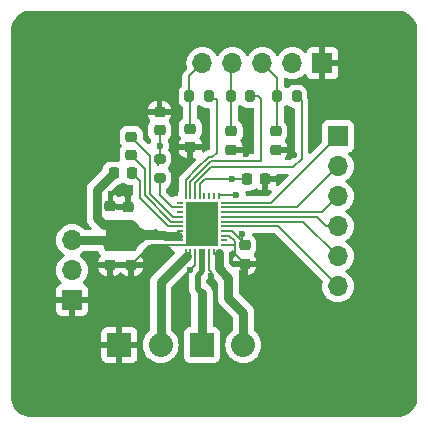
<source format=gbr>
%TF.GenerationSoftware,KiCad,Pcbnew,8.0.6-8.0.6-0~ubuntu24.04.1*%
%TF.CreationDate,2024-12-07T14:27:22-08:00*%
%TF.ProjectId,reaction_wheel,72656163-7469-46f6-9e5f-776865656c2e,v1a*%
%TF.SameCoordinates,Original*%
%TF.FileFunction,Copper,L1,Top*%
%TF.FilePolarity,Positive*%
%FSLAX46Y46*%
G04 Gerber Fmt 4.6, Leading zero omitted, Abs format (unit mm)*
G04 Created by KiCad (PCBNEW 8.0.6-8.0.6-0~ubuntu24.04.1) date 2024-12-07 14:27:22*
%MOMM*%
%LPD*%
G01*
G04 APERTURE LIST*
G04 Aperture macros list*
%AMRoundRect*
0 Rectangle with rounded corners*
0 $1 Rounding radius*
0 $2 $3 $4 $5 $6 $7 $8 $9 X,Y pos of 4 corners*
0 Add a 4 corners polygon primitive as box body*
4,1,4,$2,$3,$4,$5,$6,$7,$8,$9,$2,$3,0*
0 Add four circle primitives for the rounded corners*
1,1,$1+$1,$2,$3*
1,1,$1+$1,$4,$5*
1,1,$1+$1,$6,$7*
1,1,$1+$1,$8,$9*
0 Add four rect primitives between the rounded corners*
20,1,$1+$1,$2,$3,$4,$5,0*
20,1,$1+$1,$4,$5,$6,$7,0*
20,1,$1+$1,$6,$7,$8,$9,0*
20,1,$1+$1,$8,$9,$2,$3,0*%
G04 Aperture macros list end*
%TA.AperFunction,SMDPad,CuDef*%
%ADD10RoundRect,0.225000X-0.250000X0.225000X-0.250000X-0.225000X0.250000X-0.225000X0.250000X0.225000X0*%
%TD*%
%TA.AperFunction,ComponentPad*%
%ADD11R,1.700000X1.700000*%
%TD*%
%TA.AperFunction,ComponentPad*%
%ADD12O,1.700000X1.700000*%
%TD*%
%TA.AperFunction,SMDPad,CuDef*%
%ADD13O,0.600000X0.200000*%
%TD*%
%TA.AperFunction,SMDPad,CuDef*%
%ADD14O,0.200000X0.600000*%
%TD*%
%TA.AperFunction,HeatsinkPad*%
%ADD15C,0.337500*%
%TD*%
%TA.AperFunction,SMDPad,CuDef*%
%ADD16R,2.700000X3.700000*%
%TD*%
%TA.AperFunction,SMDPad,CuDef*%
%ADD17RoundRect,0.225000X0.225000X0.250000X-0.225000X0.250000X-0.225000X-0.250000X0.225000X-0.250000X0*%
%TD*%
%TA.AperFunction,SMDPad,CuDef*%
%ADD18RoundRect,0.200000X0.200000X0.275000X-0.200000X0.275000X-0.200000X-0.275000X0.200000X-0.275000X0*%
%TD*%
%TA.AperFunction,ComponentPad*%
%ADD19R,2.032000X2.032000*%
%TD*%
%TA.AperFunction,ComponentPad*%
%ADD20C,2.032000*%
%TD*%
%TA.AperFunction,SMDPad,CuDef*%
%ADD21RoundRect,0.225000X0.250000X-0.225000X0.250000X0.225000X-0.250000X0.225000X-0.250000X-0.225000X0*%
%TD*%
%TA.AperFunction,SMDPad,CuDef*%
%ADD22RoundRect,0.200000X-0.275000X0.200000X-0.275000X-0.200000X0.275000X-0.200000X0.275000X0.200000X0*%
%TD*%
%TA.AperFunction,SMDPad,CuDef*%
%ADD23RoundRect,0.225000X-0.225000X-0.250000X0.225000X-0.250000X0.225000X0.250000X-0.225000X0.250000X0*%
%TD*%
%TA.AperFunction,ViaPad*%
%ADD24C,0.600000*%
%TD*%
%TA.AperFunction,Conductor*%
%ADD25C,0.200000*%
%TD*%
%TA.AperFunction,Conductor*%
%ADD26C,0.160000*%
%TD*%
%TA.AperFunction,Conductor*%
%ADD27C,0.800000*%
%TD*%
%TA.AperFunction,Conductor*%
%ADD28C,0.500000*%
%TD*%
G04 APERTURE END LIST*
D10*
%TO.P,C3,1*%
%TO.N,/ADC_C*%
X142697500Y-70522500D03*
%TO.P,C3,2*%
%TO.N,GND*%
X142697500Y-72072500D03*
%TD*%
D11*
%TO.P,J1,1,Pin_1*%
%TO.N,/PWM_L_C*%
X147962500Y-70942500D03*
D12*
%TO.P,J1,2,Pin_2*%
%TO.N,/PWM_H_C*%
X147962500Y-73482500D03*
%TO.P,J1,3,Pin_3*%
%TO.N,/PWM_L_B*%
X147962500Y-76022500D03*
%TO.P,J1,4,Pin_4*%
%TO.N,/PWM_H_B*%
X147962500Y-78562500D03*
%TO.P,J1,5,Pin_5*%
%TO.N,/PWM_L_A*%
X147962500Y-81102500D03*
%TO.P,J1,6,Pin_6*%
%TO.N,/PWM_H_A*%
X147962500Y-83642500D03*
%TD*%
D13*
%TO.P,U1,1,NSLEEP*%
%TO.N,unconnected-(U1-NSLEEP-Pad1)*%
X134562500Y-76562500D03*
%TO.P,U1,2,NFAULT*%
%TO.N,Net-(U1-NFAULT)*%
X134562500Y-76962500D03*
%TO.P,U1,3,NC*%
%TO.N,unconnected-(U1-NC-Pad3)*%
X134562500Y-77362500D03*
%TO.P,U1,4,CPL*%
%TO.N,Net-(U1-CPL)*%
X134562500Y-77762500D03*
%TO.P,U1,5,CPH*%
%TO.N,Net-(U1-CPH)*%
X134562500Y-78162500D03*
%TO.P,U1,6,CP*%
%TO.N,Net-(U1-CP)*%
X134562500Y-78562500D03*
%TO.P,U1,7,VIN_AVDD*%
%TO.N,+12V*%
X134562500Y-78962500D03*
%TO.P,U1,8,VM*%
X134562500Y-79362500D03*
%TO.P,U1,9,VM*%
X134562500Y-79762500D03*
%TO.P,U1,10,PGND*%
%TO.N,GND*%
X134562500Y-80162500D03*
D14*
%TO.P,U1,11,OUTA*%
%TO.N,/OUT_A*%
X135062500Y-80762500D03*
%TO.P,U1,12,OUTA*%
X135462500Y-80762500D03*
%TO.P,U1,13,PGND*%
%TO.N,GND*%
X135862500Y-80762500D03*
%TO.P,U1,14,OUTB*%
%TO.N,/OUT_B*%
X136262500Y-80762500D03*
%TO.P,U1,15,OUTB*%
X136662500Y-80762500D03*
%TO.P,U1,16,PGND*%
%TO.N,GND*%
X137062500Y-80762500D03*
%TO.P,U1,17,OUTC*%
%TO.N,/OUT_C*%
X137462500Y-80762500D03*
%TO.P,U1,18,OUTC*%
X137862500Y-80762500D03*
D13*
%TO.P,U1,19,PGND*%
%TO.N,GND*%
X138362500Y-80162500D03*
%TO.P,U1,20,VM*%
%TO.N,unconnected-(U1-VM-Pad20)*%
X138362500Y-79762500D03*
%TO.P,U1,21,AGND*%
%TO.N,GND*%
X138362500Y-79362500D03*
%TO.P,U1,22,AVDD*%
%TO.N,+3.3V*%
X138362500Y-78962500D03*
%TO.P,U1,23,INHA*%
%TO.N,/PWM_H_A*%
X138362500Y-78562500D03*
%TO.P,U1,24,INLA*%
%TO.N,/PWM_L_A*%
X138362500Y-78162500D03*
%TO.P,U1,25,INHB*%
%TO.N,/PWM_H_B*%
X138362500Y-77762500D03*
%TO.P,U1,26,INLB*%
%TO.N,/PWM_L_B*%
X138362500Y-77362500D03*
%TO.P,U1,27,INHC*%
%TO.N,/PWM_H_C*%
X138362500Y-76962500D03*
%TO.P,U1,28,INLC*%
%TO.N,/PWM_L_C*%
X138362500Y-76562500D03*
D14*
%TO.P,U1,29,GAIN*%
%TO.N,Net-(U1-GAIN)*%
X137862500Y-75962500D03*
%TO.P,U1,30,SLEW*%
%TO.N,unconnected-(U1-SLEW-Pad30)*%
X137462500Y-75962500D03*
%TO.P,U1,31,MODE*%
%TO.N,unconnected-(U1-MODE-Pad31)*%
X137062500Y-75962500D03*
%TO.P,U1,32,NC*%
%TO.N,unconnected-(U1-NC-Pad32)*%
X136662500Y-75962500D03*
%TO.P,U1,33,CSAREF*%
%TO.N,+3.3V*%
X136262500Y-75962500D03*
%TO.P,U1,34,SOC*%
%TO.N,Net-(U1-SOC)*%
X135862500Y-75962500D03*
%TO.P,U1,35,SOB*%
%TO.N,Net-(U1-SOB)*%
X135462500Y-75962500D03*
%TO.P,U1,36,SOA*%
%TO.N,Net-(U1-SOA)*%
X135062500Y-75962500D03*
D15*
%TO.P,U1,37,EPAD*%
%TO.N,GND*%
X135787500Y-77437500D03*
X135787500Y-78362500D03*
X135787500Y-79287500D03*
X136462500Y-77437500D03*
X136462500Y-78362500D03*
D16*
X136462500Y-78362500D03*
D15*
X136462500Y-79287500D03*
X137137500Y-77437500D03*
X137137500Y-78362500D03*
X137137500Y-79287500D03*
%TD*%
D10*
%TO.P,C2,1*%
%TO.N,/ADC_A*%
X135462500Y-70287500D03*
%TO.P,C2,2*%
%TO.N,GND*%
X135462500Y-71837500D03*
%TD*%
D17*
%TO.P,C9,1*%
%TO.N,GND*%
X141812500Y-74562500D03*
%TO.P,C9,2*%
%TO.N,+3.3V*%
X140262500Y-74562500D03*
%TD*%
D11*
%TO.P,J4,1,Pin_1*%
%TO.N,GND*%
X125462500Y-84822500D03*
D12*
%TO.P,J4,2,Pin_2*%
%TO.N,+3.3V*%
X125462500Y-82282500D03*
%TO.P,J4,3,Pin_3*%
%TO.N,+12V*%
X125462500Y-79742500D03*
%TD*%
D10*
%TO.P,C4,1*%
%TO.N,Net-(U1-CPL)*%
X130462500Y-70987500D03*
%TO.P,C4,2*%
%TO.N,Net-(U1-CPH)*%
X130462500Y-72537500D03*
%TD*%
%TO.P,C8,1*%
%TO.N,GND*%
X132862500Y-68887500D03*
%TO.P,C8,2*%
%TO.N,+3.3V*%
X132862500Y-70437500D03*
%TD*%
%TO.P,C10,1*%
%TO.N,GND*%
X128662500Y-76887500D03*
%TO.P,C10,2*%
%TO.N,+12V*%
X128662500Y-78437500D03*
%TD*%
D18*
%TO.P,R4,1*%
%TO.N,Net-(U1-SOA)*%
X137037500Y-67562500D03*
%TO.P,R4,2*%
%TO.N,/ADC_A*%
X135387500Y-67562500D03*
%TD*%
D11*
%TO.P,J2,1,Pin_1*%
%TO.N,GND*%
X146652500Y-64762500D03*
D12*
%TO.P,J2,2,Pin_2*%
%TO.N,+3.3V*%
X144112500Y-64762500D03*
%TO.P,J2,3,Pin_3*%
%TO.N,/ADC_C*%
X141572500Y-64762500D03*
%TO.P,J2,4,Pin_4*%
%TO.N,/ADC_B*%
X139032500Y-64762500D03*
%TO.P,J2,5,Pin_5*%
%TO.N,/ADC_A*%
X136492500Y-64762500D03*
%TD*%
D19*
%TO.P,J3,1,Pin_1*%
%TO.N,/OUT_B*%
X136462500Y-88612500D03*
D20*
%TO.P,J3,2,Pin_2*%
%TO.N,/OUT_C*%
X139962500Y-88612500D03*
%TD*%
D10*
%TO.P,C7,1*%
%TO.N,+3.3V*%
X140062500Y-80187500D03*
%TO.P,C7,2*%
%TO.N,GND*%
X140062500Y-81737500D03*
%TD*%
D19*
%TO.P,J5,1,Pin_1*%
%TO.N,GND*%
X129462500Y-88612500D03*
D20*
%TO.P,J5,2,Pin_2*%
%TO.N,/OUT_A*%
X132962500Y-88612500D03*
%TD*%
D21*
%TO.P,C12,1*%
%TO.N,GND*%
X130462500Y-81812500D03*
%TO.P,C12,2*%
%TO.N,+12V*%
X130462500Y-80262500D03*
%TD*%
D22*
%TO.P,R5,1*%
%TO.N,+3.3V*%
X132862500Y-72837500D03*
%TO.P,R5,2*%
%TO.N,Net-(U1-NFAULT)*%
X132862500Y-74487500D03*
%TD*%
D10*
%TO.P,C11,1*%
%TO.N,GND*%
X130212500Y-76912500D03*
%TO.P,C11,2*%
%TO.N,+12V*%
X130212500Y-78462500D03*
%TD*%
D18*
%TO.P,R1,1*%
%TO.N,Net-(U1-SOB)*%
X140522500Y-67562500D03*
%TO.P,R1,2*%
%TO.N,/ADC_B*%
X138872500Y-67562500D03*
%TD*%
D21*
%TO.P,C6,1*%
%TO.N,GND*%
X128662500Y-81812500D03*
%TO.P,C6,2*%
%TO.N,+12V*%
X128662500Y-80262500D03*
%TD*%
D10*
%TO.P,C1,1*%
%TO.N,/ADC_B*%
X138922500Y-70522500D03*
%TO.P,C1,2*%
%TO.N,GND*%
X138922500Y-72072500D03*
%TD*%
D23*
%TO.P,C5,1*%
%TO.N,+12V*%
X128987500Y-74062500D03*
%TO.P,C5,2*%
%TO.N,Net-(U1-CP)*%
X130537500Y-74062500D03*
%TD*%
D18*
%TO.P,R2,1*%
%TO.N,Net-(U1-SOC)*%
X144462500Y-67562500D03*
%TO.P,R2,2*%
%TO.N,/ADC_C*%
X142812500Y-67562500D03*
%TD*%
D24*
%TO.N,GND*%
X134212500Y-71812500D03*
X134475000Y-83975000D03*
X130112500Y-75862500D03*
X139862500Y-82562500D03*
X132762500Y-67162500D03*
X146562500Y-66462500D03*
X128762500Y-75862500D03*
X144212500Y-72562500D03*
X142962500Y-74562500D03*
X137260899Y-82793690D03*
X128762500Y-82862500D03*
X130462500Y-82862500D03*
X135462501Y-82262500D03*
X148562500Y-64812500D03*
X140212500Y-72482500D03*
%TO.N,+3.3V*%
X139812500Y-79212500D03*
X138962500Y-74562500D03*
X138962500Y-74562500D03*
X138962500Y-74562500D03*
X132862500Y-71762500D03*
%TO.N,Net-(U1-GAIN)*%
X139362500Y-75911400D03*
%TD*%
D25*
%TO.N,GND*%
X136462500Y-78762500D02*
X136462500Y-78362500D01*
D26*
X144212500Y-72562500D02*
X143722500Y-72072500D01*
D25*
X139162500Y-80162500D02*
X139212500Y-80212500D01*
X139862500Y-81937500D02*
X140062500Y-81737500D01*
X128662500Y-75962500D02*
X128662500Y-76887500D01*
D26*
X137749200Y-80114100D02*
X137749200Y-79410900D01*
D25*
X134562500Y-80162500D02*
X135062500Y-80162500D01*
X130112500Y-75862500D02*
X130112500Y-76812500D01*
D26*
X134862500Y-83587500D02*
X134862500Y-82862501D01*
D25*
X139212500Y-80887500D02*
X140062500Y-81737500D01*
X138728185Y-79362500D02*
X139212500Y-79846815D01*
D26*
X137260899Y-82793690D02*
X137260899Y-82440138D01*
D25*
X135062500Y-80162500D02*
X136462500Y-78762500D01*
D26*
X134475000Y-83250001D02*
X135462501Y-82262500D01*
X143722500Y-72072500D02*
X142697500Y-72072500D01*
D25*
X141812500Y-74562500D02*
X142962500Y-74562500D01*
D26*
X134475000Y-83975000D02*
X134475000Y-83250001D01*
X134475000Y-83975000D02*
X134862500Y-83587500D01*
D25*
X132112500Y-80162500D02*
X130462500Y-81812500D01*
X138362500Y-80162500D02*
X139162500Y-80162500D01*
D26*
X137062499Y-82241738D02*
X137062499Y-80813600D01*
X139802500Y-72072500D02*
X138922500Y-72072500D01*
D25*
X130112500Y-75862500D02*
X128762500Y-75862500D01*
X139212500Y-79846815D02*
X139212500Y-80212500D01*
X134562500Y-80162500D02*
X132112500Y-80162500D01*
X130112500Y-76812500D02*
X130212500Y-76912500D01*
D26*
X137260899Y-82440138D02*
X137062499Y-82241738D01*
D25*
X128762500Y-75862500D02*
X128662500Y-75962500D01*
X139212500Y-80212500D02*
X139212500Y-80887500D01*
D26*
X135862501Y-81862500D02*
X135462501Y-82262500D01*
X135862501Y-80813600D02*
X135862501Y-81862500D01*
X140212500Y-72482500D02*
X139802500Y-72072500D01*
D25*
X139862500Y-82562500D02*
X139862500Y-81937500D01*
X138362500Y-79362500D02*
X138728185Y-79362500D01*
D26*
%TO.N,/ADC_B*%
X138872500Y-64922500D02*
X139032500Y-64762500D01*
X138922500Y-70522500D02*
X138922500Y-67612500D01*
X138872500Y-67562500D02*
X138872500Y-64922500D01*
X138922500Y-67612500D02*
X138872500Y-67562500D01*
%TO.N,/ADC_A*%
X135462500Y-67637500D02*
X135387500Y-67562500D01*
X135387500Y-67562500D02*
X135387500Y-65867500D01*
X135387500Y-65867500D02*
X136492500Y-64762500D01*
X135462500Y-70287500D02*
X135462500Y-67637500D01*
X135422500Y-67527500D02*
X135387500Y-67562500D01*
%TO.N,/ADC_C*%
X142812500Y-70407500D02*
X142697500Y-70522500D01*
X142812500Y-67562500D02*
X142812500Y-66002500D01*
X142812500Y-66002500D02*
X141572500Y-64762500D01*
X142812500Y-67562500D02*
X142812500Y-70407500D01*
%TO.N,Net-(U1-CPH)*%
X131612500Y-75899901D02*
X131612500Y-73687500D01*
X133875099Y-78162500D02*
X131612500Y-75899901D01*
X134519400Y-78162500D02*
X133875099Y-78162500D01*
X131612500Y-73687500D02*
X130462500Y-72537500D01*
%TO.N,Net-(U1-CPL)*%
X130462500Y-70987500D02*
X132087500Y-72612500D01*
X132087500Y-75837500D02*
X134012500Y-77762500D01*
X132087500Y-72612500D02*
X132087500Y-75837500D01*
D25*
X134562500Y-77762500D02*
X134012500Y-77762500D01*
D26*
%TO.N,Net-(U1-CP)*%
X131212500Y-76212500D02*
X133562500Y-78562500D01*
X130537500Y-74062500D02*
X131212500Y-74737500D01*
X133562500Y-78562500D02*
X134519400Y-78562500D01*
X131212500Y-74737500D02*
X131212500Y-76212500D01*
D27*
%TO.N,+12V*%
X128662500Y-78437500D02*
X128177500Y-78437500D01*
X130462500Y-78412500D02*
X130462500Y-78462500D01*
X125462500Y-79742500D02*
X128142500Y-79742500D01*
X128142500Y-79742500D02*
X128662500Y-80262500D01*
X128177500Y-78437500D02*
X127587500Y-77847500D01*
X127587500Y-75462500D02*
X128987500Y-74062500D01*
X128662500Y-78437500D02*
X128662500Y-80262500D01*
X128662500Y-78437500D02*
X128662500Y-78462500D01*
X131460900Y-79264100D02*
X133204100Y-79264100D01*
X130462500Y-80262500D02*
X131460900Y-79264100D01*
X133204100Y-79264100D02*
X133302501Y-79362501D01*
X128687500Y-78412500D02*
X128662500Y-78437500D01*
X128662500Y-80262500D02*
X130462500Y-80262500D01*
X127587500Y-77847500D02*
X127587500Y-75462500D01*
X128662500Y-78462500D02*
X130462500Y-80262500D01*
X130462500Y-78462500D02*
X128662500Y-80262500D01*
X130462500Y-80262500D02*
X130462500Y-78412500D01*
X130462500Y-78412500D02*
X128687500Y-78412500D01*
X133302501Y-79362501D02*
X134465500Y-79362501D01*
X130462500Y-78412500D02*
X131412501Y-79362501D01*
D26*
%TO.N,+3.3V*%
X132862500Y-70437500D02*
X132862500Y-73162500D01*
X138989336Y-78962499D02*
X138405600Y-78962499D01*
X132862500Y-71762500D02*
X132862500Y-70437500D01*
X139812500Y-79212500D02*
X139812500Y-79785664D01*
X136712500Y-74562500D02*
X138962500Y-74562500D01*
X139789336Y-79762500D02*
X139925918Y-79899082D01*
X132862500Y-70437500D02*
X132862500Y-72837500D01*
X132862500Y-71762500D02*
X132862500Y-72837500D01*
X139812500Y-79785664D02*
X139925918Y-79899082D01*
X132762500Y-73262500D02*
X132762500Y-73362500D01*
X132862500Y-73162500D02*
X132762500Y-73262500D01*
X138962500Y-74562500D02*
X140262500Y-74562500D01*
X136262500Y-75911400D02*
X136262500Y-75012500D01*
X139925918Y-79899082D02*
X138989336Y-78962499D01*
X136262500Y-75012500D02*
X136712500Y-74562500D01*
%TO.N,/PWM_L_B*%
X146622501Y-77362499D02*
X138405600Y-77362499D01*
X147962500Y-76022500D02*
X146622501Y-77362499D01*
%TO.N,/PWM_H_C*%
X144482500Y-76962500D02*
X138405600Y-76962500D01*
X147962500Y-73482500D02*
X144482500Y-76962500D01*
%TO.N,/PWM_L_C*%
X142342499Y-76562501D02*
X138405600Y-76562501D01*
X147962500Y-70942500D02*
X142342499Y-76562501D01*
%TO.N,/PWM_L_A*%
X145022500Y-78162500D02*
X138405600Y-78162500D01*
X147962500Y-81102500D02*
X145022500Y-78162500D01*
%TO.N,/PWM_H_A*%
X147962500Y-83642500D02*
X142882500Y-78562500D01*
X142882500Y-78562500D02*
X138405600Y-78562500D01*
%TO.N,/PWM_H_B*%
X146162501Y-77762501D02*
X138405600Y-77762501D01*
X147962500Y-78562500D02*
X146962500Y-78562500D01*
X146962500Y-78562500D02*
X146162501Y-77762501D01*
D27*
%TO.N,/OUT_A*%
X135160901Y-81115198D02*
X133607500Y-82668599D01*
X132962500Y-83312500D02*
X132962500Y-88612500D01*
X133606401Y-82668599D02*
X132962500Y-83312500D01*
X133607500Y-82668599D02*
X133606401Y-82668599D01*
%TO.N,/OUT_C*%
X138687500Y-82947500D02*
X137862500Y-82122500D01*
X139962500Y-85872500D02*
X139962500Y-88612500D01*
X138687500Y-84597500D02*
X138687500Y-82947500D01*
X137862500Y-82122500D02*
X137862500Y-80867500D01*
X138687500Y-84597500D02*
X139962500Y-85872500D01*
D25*
%TO.N,/OUT_B*%
X136262500Y-80762500D02*
X136487500Y-80762500D01*
D27*
X136462500Y-84212500D02*
X136462500Y-88612500D01*
D28*
X136487500Y-82387500D02*
X136087500Y-82787500D01*
X136087500Y-83837500D02*
X136462500Y-84212500D01*
D25*
X136487500Y-80762500D02*
X136662500Y-80762500D01*
D28*
X136487500Y-80762500D02*
X136487500Y-82387500D01*
D27*
X136462500Y-88612500D02*
X136360899Y-88510899D01*
D28*
X136087500Y-82787500D02*
X136087500Y-83837500D01*
D26*
%TO.N,Net-(U1-SOB)*%
X141462500Y-73062500D02*
X141462500Y-67812500D01*
X136953383Y-73303383D02*
X137074267Y-73182500D01*
X135462499Y-74794268D02*
X136953383Y-73303383D01*
X137194266Y-73062500D02*
X141462500Y-73062500D01*
X135462499Y-75272501D02*
X135462499Y-75911400D01*
X141212500Y-67562500D02*
X140522500Y-67562500D01*
X135462499Y-75279137D02*
X135462499Y-75312500D01*
X136953383Y-73303383D02*
X137194266Y-73062500D01*
X135462499Y-75312500D02*
X135462499Y-75911400D01*
X135462499Y-75312500D02*
X135462499Y-74794268D01*
X141462500Y-67812500D02*
X141212500Y-67562500D01*
%TO.N,Net-(U1-SOC)*%
X144462500Y-67562500D02*
X144887500Y-67987500D01*
X144177744Y-73542500D02*
X137223384Y-73542500D01*
X137223384Y-73542500D02*
X135862501Y-74903383D01*
X144887500Y-67987500D02*
X144887500Y-72832744D01*
X135862501Y-74903383D02*
X135862501Y-75911400D01*
X144887500Y-72832744D02*
X144177744Y-73542500D01*
%TO.N,Net-(U1-GAIN)*%
X139362500Y-75911400D02*
X137862500Y-75911400D01*
%TO.N,Net-(U1-SOA)*%
X137287500Y-67812500D02*
X137037500Y-67562500D01*
X137343382Y-72702500D02*
X137712500Y-72333382D01*
X135062500Y-74685150D02*
X136074916Y-73672733D01*
X137045149Y-72702500D02*
X137343382Y-72702500D01*
X135062500Y-75911400D02*
X135062500Y-74685150D01*
X137712500Y-72333382D02*
X137712500Y-67812500D01*
X136074916Y-73672733D02*
X137045149Y-72702500D01*
X137712500Y-67812500D02*
X137287500Y-67812500D01*
%TO.N,Net-(U1-NFAULT)*%
X134519400Y-76962500D02*
X133911399Y-76962500D01*
X132862500Y-75913601D02*
X132862500Y-74487500D01*
X133911399Y-76962500D02*
X132862500Y-75913601D01*
%TD*%
%TA.AperFunction,Conductor*%
%TO.N,GND*%
G36*
X135830833Y-77258030D02*
G01*
X135875180Y-77286531D01*
X136125000Y-77536351D01*
X136240634Y-77420717D01*
X136378125Y-77420717D01*
X136378125Y-77454283D01*
X136390970Y-77485295D01*
X136414705Y-77509030D01*
X136445717Y-77521875D01*
X136479283Y-77521875D01*
X136510295Y-77509030D01*
X136534030Y-77485295D01*
X136546875Y-77454283D01*
X136546875Y-77420717D01*
X136534030Y-77389705D01*
X136510295Y-77365970D01*
X136479283Y-77353125D01*
X136445717Y-77353125D01*
X136414705Y-77365970D01*
X136390970Y-77389705D01*
X136378125Y-77420717D01*
X136240634Y-77420717D01*
X136374819Y-77286532D01*
X136436142Y-77253047D01*
X136505834Y-77258031D01*
X136550181Y-77286532D01*
X136800000Y-77536351D01*
X136915634Y-77420717D01*
X137053125Y-77420717D01*
X137053125Y-77454283D01*
X137065970Y-77485295D01*
X137089705Y-77509030D01*
X137120717Y-77521875D01*
X137154283Y-77521875D01*
X137185295Y-77509030D01*
X137209030Y-77485295D01*
X137221875Y-77454283D01*
X137221875Y-77420717D01*
X137209030Y-77389705D01*
X137185295Y-77365970D01*
X137154283Y-77353125D01*
X137120717Y-77353125D01*
X137089705Y-77365970D01*
X137065970Y-77389705D01*
X137053125Y-77420717D01*
X136915634Y-77420717D01*
X137049819Y-77286532D01*
X137111142Y-77253047D01*
X137180834Y-77258031D01*
X137225181Y-77286532D01*
X137525751Y-77587102D01*
X137559236Y-77648425D01*
X137560361Y-77675316D01*
X137562000Y-77675316D01*
X137562000Y-77801287D01*
X137542315Y-77868326D01*
X137532362Y-77876950D01*
X137562304Y-77899364D01*
X137586721Y-77964829D01*
X137582812Y-78005767D01*
X137562000Y-78083441D01*
X137562000Y-78125287D01*
X137542315Y-78192326D01*
X137525681Y-78212968D01*
X137376149Y-78362500D01*
X137525681Y-78512032D01*
X137559166Y-78573355D01*
X137562000Y-78599713D01*
X137562000Y-78641558D01*
X137582812Y-78719232D01*
X137581149Y-78789082D01*
X137541985Y-78846944D01*
X137536894Y-78849123D01*
X137537267Y-78849403D01*
X137561684Y-78914867D01*
X137562000Y-78923713D01*
X137562000Y-79049684D01*
X137558569Y-79049684D01*
X137550240Y-79103074D01*
X137525751Y-79137897D01*
X137225180Y-79438467D01*
X137163857Y-79471952D01*
X137094165Y-79466968D01*
X137049818Y-79438467D01*
X136882068Y-79270717D01*
X137053125Y-79270717D01*
X137053125Y-79304283D01*
X137065970Y-79335295D01*
X137089705Y-79359030D01*
X137120717Y-79371875D01*
X137154283Y-79371875D01*
X137185295Y-79359030D01*
X137209030Y-79335295D01*
X137221875Y-79304283D01*
X137221875Y-79270717D01*
X137209030Y-79239705D01*
X137185295Y-79215970D01*
X137154283Y-79203125D01*
X137120717Y-79203125D01*
X137089705Y-79215970D01*
X137065970Y-79239705D01*
X137053125Y-79270717D01*
X136882068Y-79270717D01*
X136800000Y-79188649D01*
X136550181Y-79438468D01*
X136488858Y-79471953D01*
X136419166Y-79466969D01*
X136374819Y-79438468D01*
X136207068Y-79270717D01*
X136378125Y-79270717D01*
X136378125Y-79304283D01*
X136390970Y-79335295D01*
X136414705Y-79359030D01*
X136445717Y-79371875D01*
X136479283Y-79371875D01*
X136510295Y-79359030D01*
X136534030Y-79335295D01*
X136546875Y-79304283D01*
X136546875Y-79270717D01*
X136534030Y-79239705D01*
X136510295Y-79215970D01*
X136479283Y-79203125D01*
X136445717Y-79203125D01*
X136414705Y-79215970D01*
X136390970Y-79239705D01*
X136378125Y-79270717D01*
X136207068Y-79270717D01*
X136125000Y-79188649D01*
X135875181Y-79438468D01*
X135813858Y-79471953D01*
X135744166Y-79466969D01*
X135699819Y-79438468D01*
X135532068Y-79270717D01*
X135703125Y-79270717D01*
X135703125Y-79304283D01*
X135715970Y-79335295D01*
X135739705Y-79359030D01*
X135770717Y-79371875D01*
X135804283Y-79371875D01*
X135835295Y-79359030D01*
X135859030Y-79335295D01*
X135871875Y-79304283D01*
X135871875Y-79270717D01*
X135859030Y-79239705D01*
X135835295Y-79215970D01*
X135804283Y-79203125D01*
X135770717Y-79203125D01*
X135739705Y-79215970D01*
X135715970Y-79239705D01*
X135703125Y-79270717D01*
X135532068Y-79270717D01*
X135399248Y-79137897D01*
X135365763Y-79076574D01*
X135364670Y-79049685D01*
X135363000Y-79049685D01*
X135363000Y-78923713D01*
X135382685Y-78856674D01*
X135392636Y-78848050D01*
X135364523Y-78827004D01*
X135561643Y-78827004D01*
X135568203Y-78830000D01*
X135574681Y-78836032D01*
X135787500Y-79048851D01*
X135886351Y-78950000D01*
X135886351Y-78908444D01*
X135906036Y-78841405D01*
X135918433Y-78826020D01*
X135918433Y-78823978D01*
X136331566Y-78823978D01*
X136331566Y-78828521D01*
X136360815Y-78882085D01*
X136363649Y-78908445D01*
X136363649Y-78950000D01*
X136462500Y-79048851D01*
X136561351Y-78950000D01*
X136561351Y-78908444D01*
X136581036Y-78841405D01*
X136593433Y-78826020D01*
X136593433Y-78823978D01*
X137006566Y-78823978D01*
X137006566Y-78828521D01*
X137035815Y-78882085D01*
X137038649Y-78908445D01*
X137038649Y-78950000D01*
X137137500Y-79048851D01*
X137350319Y-78836032D01*
X137364590Y-78828239D01*
X137137500Y-78601149D01*
X137038649Y-78700000D01*
X137038649Y-78741554D01*
X137018964Y-78808593D01*
X137006566Y-78823978D01*
X136593433Y-78823978D01*
X136593433Y-78821477D01*
X136564185Y-78767914D01*
X136561351Y-78741556D01*
X136561351Y-78700000D01*
X136462500Y-78601149D01*
X136363649Y-78700000D01*
X136363649Y-78741554D01*
X136343964Y-78808593D01*
X136331566Y-78823978D01*
X135918433Y-78823978D01*
X135918433Y-78821477D01*
X135889185Y-78767914D01*
X135886351Y-78741556D01*
X135886351Y-78700000D01*
X135787500Y-78601149D01*
X135561643Y-78827004D01*
X135364523Y-78827004D01*
X135362694Y-78825635D01*
X135338277Y-78760171D01*
X135342185Y-78719237D01*
X135363000Y-78641557D01*
X135363000Y-78599713D01*
X135382685Y-78532674D01*
X135399319Y-78512032D01*
X135548851Y-78362500D01*
X135532068Y-78345717D01*
X135703125Y-78345717D01*
X135703125Y-78379283D01*
X135715970Y-78410295D01*
X135739705Y-78434030D01*
X135770717Y-78446875D01*
X135804283Y-78446875D01*
X135835295Y-78434030D01*
X135859030Y-78410295D01*
X135871875Y-78379283D01*
X135871875Y-78362500D01*
X136026149Y-78362500D01*
X136125000Y-78461351D01*
X136223851Y-78362500D01*
X136207068Y-78345717D01*
X136378125Y-78345717D01*
X136378125Y-78379283D01*
X136390970Y-78410295D01*
X136414705Y-78434030D01*
X136445717Y-78446875D01*
X136479283Y-78446875D01*
X136510295Y-78434030D01*
X136534030Y-78410295D01*
X136546875Y-78379283D01*
X136546875Y-78362500D01*
X136701149Y-78362500D01*
X136800000Y-78461351D01*
X136898851Y-78362500D01*
X136882068Y-78345717D01*
X137053125Y-78345717D01*
X137053125Y-78379283D01*
X137065970Y-78410295D01*
X137089705Y-78434030D01*
X137120717Y-78446875D01*
X137154283Y-78446875D01*
X137185295Y-78434030D01*
X137209030Y-78410295D01*
X137221875Y-78379283D01*
X137221875Y-78345717D01*
X137209030Y-78314705D01*
X137185295Y-78290970D01*
X137154283Y-78278125D01*
X137120717Y-78278125D01*
X137089705Y-78290970D01*
X137065970Y-78314705D01*
X137053125Y-78345717D01*
X136882068Y-78345717D01*
X136800000Y-78263649D01*
X136701149Y-78362500D01*
X136546875Y-78362500D01*
X136546875Y-78345717D01*
X136534030Y-78314705D01*
X136510295Y-78290970D01*
X136479283Y-78278125D01*
X136445717Y-78278125D01*
X136414705Y-78290970D01*
X136390970Y-78314705D01*
X136378125Y-78345717D01*
X136207068Y-78345717D01*
X136125000Y-78263649D01*
X136026149Y-78362500D01*
X135871875Y-78362500D01*
X135871875Y-78345717D01*
X135859030Y-78314705D01*
X135835295Y-78290970D01*
X135804283Y-78278125D01*
X135770717Y-78278125D01*
X135739705Y-78290970D01*
X135715970Y-78314705D01*
X135703125Y-78345717D01*
X135532068Y-78345717D01*
X135399319Y-78212968D01*
X135365834Y-78151645D01*
X135363000Y-78125287D01*
X135363000Y-78083445D01*
X135363000Y-78083443D01*
X135342186Y-78005765D01*
X135343849Y-77935918D01*
X135370351Y-77896760D01*
X135560409Y-77896760D01*
X135787500Y-78123851D01*
X135886351Y-78025000D01*
X135886351Y-77983444D01*
X135906036Y-77916405D01*
X135918433Y-77901020D01*
X135918433Y-77898978D01*
X136331566Y-77898978D01*
X136331566Y-77903521D01*
X136360815Y-77957085D01*
X136363649Y-77983445D01*
X136363649Y-78025000D01*
X136462500Y-78123851D01*
X136561351Y-78025000D01*
X136561351Y-77983444D01*
X136581036Y-77916405D01*
X136593433Y-77901020D01*
X136593433Y-77898978D01*
X137006566Y-77898978D01*
X137006566Y-77903521D01*
X137035815Y-77957085D01*
X137038649Y-77983445D01*
X137038649Y-78025000D01*
X137137499Y-78123850D01*
X137363355Y-77897994D01*
X137356797Y-77895000D01*
X137350319Y-77888968D01*
X137137500Y-77676149D01*
X137038649Y-77775000D01*
X137038649Y-77816554D01*
X137018964Y-77883593D01*
X137006566Y-77898978D01*
X136593433Y-77898978D01*
X136593433Y-77896477D01*
X136564185Y-77842914D01*
X136561351Y-77816556D01*
X136561351Y-77775000D01*
X136462500Y-77676149D01*
X136363649Y-77775000D01*
X136363649Y-77816554D01*
X136343964Y-77883593D01*
X136331566Y-77898978D01*
X135918433Y-77898978D01*
X135918433Y-77896477D01*
X135889185Y-77842914D01*
X135886351Y-77816556D01*
X135886351Y-77775000D01*
X135787500Y-77676149D01*
X135574681Y-77888968D01*
X135560409Y-77896760D01*
X135370351Y-77896760D01*
X135383011Y-77878055D01*
X135388103Y-77875874D01*
X135387733Y-77875597D01*
X135363316Y-77810133D01*
X135363000Y-77801287D01*
X135363000Y-77675315D01*
X135366460Y-77675315D01*
X135374675Y-77622104D01*
X135399248Y-77587101D01*
X135565632Y-77420717D01*
X135703125Y-77420717D01*
X135703125Y-77454283D01*
X135715970Y-77485295D01*
X135739705Y-77509030D01*
X135770717Y-77521875D01*
X135804283Y-77521875D01*
X135835295Y-77509030D01*
X135859030Y-77485295D01*
X135871875Y-77454283D01*
X135871875Y-77420717D01*
X135859030Y-77389705D01*
X135835295Y-77365970D01*
X135804283Y-77353125D01*
X135770717Y-77353125D01*
X135739705Y-77365970D01*
X135715970Y-77389705D01*
X135703125Y-77420717D01*
X135565632Y-77420717D01*
X135699818Y-77286531D01*
X135761141Y-77253046D01*
X135830833Y-77258030D01*
G37*
%TD.AperFunction*%
%TA.AperFunction,Conductor*%
G36*
X129805834Y-74847692D02*
G01*
X129850181Y-74876193D01*
X129859455Y-74885467D01*
X129859459Y-74885470D01*
X130003794Y-74974498D01*
X130003797Y-74974499D01*
X130003803Y-74974503D01*
X130164792Y-75027849D01*
X130264155Y-75038000D01*
X130508000Y-75037999D01*
X130575039Y-75057683D01*
X130620794Y-75110487D01*
X130632000Y-75161999D01*
X130632000Y-75838500D01*
X130612315Y-75905539D01*
X130559511Y-75951294D01*
X130508000Y-75962500D01*
X130462500Y-75962500D01*
X130462500Y-77038500D01*
X130442815Y-77105539D01*
X130390011Y-77151294D01*
X130338500Y-77162500D01*
X129270862Y-77162500D01*
X129203823Y-77142815D01*
X129197227Y-77137500D01*
X128612000Y-77137500D01*
X128544961Y-77117815D01*
X128499206Y-77065011D01*
X128488000Y-77013500D01*
X128488000Y-76637500D01*
X128912500Y-76637500D01*
X129604138Y-76637500D01*
X129671177Y-76657185D01*
X129677773Y-76662500D01*
X129962500Y-76662500D01*
X129962500Y-75962500D01*
X129962499Y-75962499D01*
X129914193Y-75962500D01*
X129914175Y-75962501D01*
X129814892Y-75972644D01*
X129654018Y-76025952D01*
X129654007Y-76025957D01*
X129519283Y-76109057D01*
X129451891Y-76127498D01*
X129385227Y-76106576D01*
X129366505Y-76091200D01*
X129365232Y-76089927D01*
X129365228Y-76089924D01*
X129220992Y-76000957D01*
X129220981Y-76000952D01*
X129060106Y-75947644D01*
X128960822Y-75937500D01*
X128912500Y-75937500D01*
X128912500Y-76637500D01*
X128488000Y-76637500D01*
X128488000Y-75886861D01*
X128507685Y-75819822D01*
X128524315Y-75799184D01*
X129257113Y-75066385D01*
X129318434Y-75032902D01*
X129332188Y-75030710D01*
X129360208Y-75027849D01*
X129521197Y-74974503D01*
X129665544Y-74885468D01*
X129674819Y-74876193D01*
X129736142Y-74842708D01*
X129805834Y-74847692D01*
G37*
%TD.AperFunction*%
%TA.AperFunction,Conductor*%
G36*
X143728726Y-74142685D02*
G01*
X143774481Y-74195489D01*
X143784425Y-74264647D01*
X143755400Y-74328203D01*
X143749368Y-74334681D01*
X142938160Y-75145888D01*
X142876837Y-75179373D01*
X142807145Y-75174389D01*
X142751212Y-75132517D01*
X142726795Y-75067053D01*
X142732773Y-75019202D01*
X142752356Y-74960105D01*
X142762499Y-74860822D01*
X142762500Y-74860809D01*
X142762500Y-74812500D01*
X142062500Y-74812500D01*
X142062500Y-75537499D01*
X142085808Y-75537499D01*
X142085822Y-75537498D01*
X142185105Y-75527356D01*
X142244202Y-75507773D01*
X142314031Y-75505371D01*
X142374073Y-75541102D01*
X142405266Y-75603623D01*
X142397706Y-75673082D01*
X142370888Y-75713160D01*
X142138367Y-75945682D01*
X142077044Y-75979167D01*
X142050686Y-75982001D01*
X140286833Y-75982001D01*
X140219794Y-75962316D01*
X140174039Y-75909512D01*
X140163613Y-75871884D01*
X140147869Y-75732150D01*
X140147867Y-75732142D01*
X140137654Y-75702953D01*
X140134093Y-75633174D01*
X140168822Y-75572547D01*
X140230816Y-75540320D01*
X140254696Y-75537999D01*
X140535838Y-75537999D01*
X140535844Y-75537999D01*
X140535852Y-75537998D01*
X140535855Y-75537998D01*
X140590260Y-75532440D01*
X140635208Y-75527849D01*
X140796197Y-75474503D01*
X140940544Y-75385468D01*
X140950168Y-75375843D01*
X141011487Y-75342356D01*
X141081179Y-75347335D01*
X141125534Y-75375839D01*
X141134767Y-75385072D01*
X141134771Y-75385075D01*
X141279007Y-75474042D01*
X141279018Y-75474047D01*
X141439893Y-75527355D01*
X141539183Y-75537499D01*
X141562500Y-75537498D01*
X141562500Y-74436500D01*
X141582185Y-74369461D01*
X141634989Y-74323706D01*
X141686500Y-74312500D01*
X142762499Y-74312500D01*
X142762499Y-74264192D01*
X142762497Y-74264170D01*
X142762031Y-74259599D01*
X142774802Y-74190907D01*
X142822683Y-74140023D01*
X142885389Y-74123000D01*
X143661687Y-74123000D01*
X143728726Y-74142685D01*
G37*
%TD.AperFunction*%
%TA.AperFunction,Conductor*%
G36*
X143680832Y-68262337D02*
G01*
X143725180Y-68290838D01*
X143827311Y-68392969D01*
X143827313Y-68392970D01*
X143827315Y-68392972D01*
X143972894Y-68480978D01*
X144135304Y-68531586D01*
X144194223Y-68536940D01*
X144259204Y-68562609D01*
X144299993Y-68619336D01*
X144307000Y-68660430D01*
X144307000Y-72540931D01*
X144287315Y-72607970D01*
X144270681Y-72628612D01*
X143973612Y-72925681D01*
X143912289Y-72959166D01*
X143885931Y-72962000D01*
X143607667Y-72962000D01*
X143540628Y-72942315D01*
X143494873Y-72889511D01*
X143484929Y-72820353D01*
X143513954Y-72756797D01*
X143519986Y-72750319D01*
X143520072Y-72750232D01*
X143520075Y-72750228D01*
X143609042Y-72605992D01*
X143609047Y-72605981D01*
X143662355Y-72445106D01*
X143672499Y-72345822D01*
X143672500Y-72345809D01*
X143672500Y-72322500D01*
X142571500Y-72322500D01*
X142504461Y-72302815D01*
X142458706Y-72250011D01*
X142447500Y-72198500D01*
X142447500Y-71946500D01*
X142467185Y-71879461D01*
X142519989Y-71833706D01*
X142571500Y-71822500D01*
X143672499Y-71822500D01*
X143672499Y-71799192D01*
X143672498Y-71799177D01*
X143662355Y-71699892D01*
X143609047Y-71539018D01*
X143609042Y-71539007D01*
X143520075Y-71394771D01*
X143520072Y-71394767D01*
X143510839Y-71385534D01*
X143477354Y-71324211D01*
X143482338Y-71254519D01*
X143510843Y-71210168D01*
X143520468Y-71200544D01*
X143609503Y-71056197D01*
X143662849Y-70895208D01*
X143673000Y-70795845D01*
X143672999Y-70249156D01*
X143666908Y-70189532D01*
X143662849Y-70149792D01*
X143662848Y-70149789D01*
X143628837Y-70047150D01*
X143609503Y-69988803D01*
X143609499Y-69988797D01*
X143609498Y-69988794D01*
X143520470Y-69844459D01*
X143520467Y-69844455D01*
X143429319Y-69753307D01*
X143395834Y-69691984D01*
X143393000Y-69665626D01*
X143393000Y-68495967D01*
X143412685Y-68428928D01*
X143443120Y-68399317D01*
X143441776Y-68397602D01*
X143447679Y-68392976D01*
X143447679Y-68392975D01*
X143447685Y-68392972D01*
X143549821Y-68290835D01*
X143611140Y-68257353D01*
X143680832Y-68262337D01*
G37*
%TD.AperFunction*%
%TA.AperFunction,Conductor*%
G36*
X139740834Y-68262338D02*
G01*
X139785181Y-68290839D01*
X139887311Y-68392969D01*
X139887313Y-68392970D01*
X139887315Y-68392972D01*
X140032894Y-68480978D01*
X140195304Y-68531586D01*
X140265884Y-68538000D01*
X140265887Y-68538000D01*
X140758000Y-68538000D01*
X140825039Y-68557685D01*
X140870794Y-68610489D01*
X140882000Y-68662000D01*
X140882000Y-72358000D01*
X140862315Y-72425039D01*
X140809511Y-72470794D01*
X140758000Y-72482000D01*
X140020901Y-72482000D01*
X139953862Y-72462315D01*
X139908107Y-72409511D01*
X139898136Y-72349012D01*
X139897339Y-72348972D01*
X139897500Y-72345809D01*
X139897500Y-72322500D01*
X138796500Y-72322500D01*
X138729461Y-72302815D01*
X138683706Y-72250011D01*
X138672500Y-72198500D01*
X138672500Y-71946500D01*
X138692185Y-71879461D01*
X138744989Y-71833706D01*
X138796500Y-71822500D01*
X139897499Y-71822500D01*
X139897499Y-71799192D01*
X139897498Y-71799177D01*
X139887355Y-71699892D01*
X139834047Y-71539018D01*
X139834042Y-71539007D01*
X139745075Y-71394771D01*
X139745072Y-71394767D01*
X139735839Y-71385534D01*
X139702354Y-71324211D01*
X139707338Y-71254519D01*
X139735843Y-71210168D01*
X139745468Y-71200544D01*
X139834503Y-71056197D01*
X139887849Y-70895208D01*
X139898000Y-70795845D01*
X139897999Y-70249156D01*
X139891908Y-70189532D01*
X139887849Y-70149792D01*
X139887848Y-70149789D01*
X139853837Y-70047150D01*
X139834503Y-69988803D01*
X139834499Y-69988797D01*
X139834498Y-69988794D01*
X139745470Y-69844459D01*
X139745467Y-69844455D01*
X139625543Y-69724531D01*
X139561902Y-69685276D01*
X139515178Y-69633327D01*
X139503000Y-69579738D01*
X139503000Y-68449020D01*
X139522685Y-68381981D01*
X139539319Y-68361339D01*
X139609819Y-68290839D01*
X139671142Y-68257354D01*
X139740834Y-68262338D01*
G37*
%TD.AperFunction*%
%TA.AperFunction,Conductor*%
G36*
X153004418Y-60300816D02*
G01*
X153233020Y-60317165D01*
X153250529Y-60319683D01*
X153470144Y-60367458D01*
X153487103Y-60372437D01*
X153697694Y-60450983D01*
X153713777Y-60458327D01*
X153911036Y-60566040D01*
X153925919Y-60575605D01*
X154105836Y-60710289D01*
X154119207Y-60721875D01*
X154278124Y-60880792D01*
X154289710Y-60894163D01*
X154424394Y-61074080D01*
X154433959Y-61088963D01*
X154541669Y-61286217D01*
X154549019Y-61302311D01*
X154627559Y-61512887D01*
X154632543Y-61529862D01*
X154680316Y-61749470D01*
X154682834Y-61766982D01*
X154699184Y-61995581D01*
X154699500Y-62004427D01*
X154699500Y-92995572D01*
X154699184Y-93004418D01*
X154682834Y-93233017D01*
X154680316Y-93250529D01*
X154632543Y-93470137D01*
X154627559Y-93487112D01*
X154549019Y-93697688D01*
X154541669Y-93713782D01*
X154433959Y-93911036D01*
X154424394Y-93925919D01*
X154289710Y-94105836D01*
X154278124Y-94119207D01*
X154119207Y-94278124D01*
X154105836Y-94289710D01*
X153925919Y-94424394D01*
X153911036Y-94433959D01*
X153713782Y-94541669D01*
X153697688Y-94549019D01*
X153487112Y-94627559D01*
X153470137Y-94632543D01*
X153250529Y-94680316D01*
X153233017Y-94682834D01*
X153004418Y-94699184D01*
X152995572Y-94699500D01*
X122004428Y-94699500D01*
X121995582Y-94699184D01*
X121766982Y-94682834D01*
X121749470Y-94680316D01*
X121529862Y-94632543D01*
X121512887Y-94627559D01*
X121302311Y-94549019D01*
X121286217Y-94541669D01*
X121088963Y-94433959D01*
X121074080Y-94424394D01*
X120894163Y-94289710D01*
X120880792Y-94278124D01*
X120721875Y-94119207D01*
X120710289Y-94105836D01*
X120575605Y-93925919D01*
X120566040Y-93911036D01*
X120458330Y-93713782D01*
X120450983Y-93697694D01*
X120372437Y-93487103D01*
X120367458Y-93470144D01*
X120319683Y-93250529D01*
X120317165Y-93233017D01*
X120300816Y-93004418D01*
X120300500Y-92995572D01*
X120300500Y-87548655D01*
X127946500Y-87548655D01*
X127946500Y-88362500D01*
X128914018Y-88362500D01*
X128903389Y-88380909D01*
X128862500Y-88533509D01*
X128862500Y-88691491D01*
X128903389Y-88844091D01*
X128914018Y-88862500D01*
X127946500Y-88862500D01*
X127946500Y-89676344D01*
X127952901Y-89735872D01*
X127952903Y-89735879D01*
X128003145Y-89870586D01*
X128003149Y-89870593D01*
X128089309Y-89985687D01*
X128089312Y-89985690D01*
X128204406Y-90071850D01*
X128204413Y-90071854D01*
X128339120Y-90122096D01*
X128339127Y-90122098D01*
X128398655Y-90128499D01*
X128398672Y-90128500D01*
X129212500Y-90128500D01*
X129212500Y-89160982D01*
X129230909Y-89171611D01*
X129383509Y-89212500D01*
X129541491Y-89212500D01*
X129694091Y-89171611D01*
X129712500Y-89160982D01*
X129712500Y-90128500D01*
X130526328Y-90128500D01*
X130526344Y-90128499D01*
X130585872Y-90122098D01*
X130585879Y-90122096D01*
X130720586Y-90071854D01*
X130720593Y-90071850D01*
X130835687Y-89985690D01*
X130835690Y-89985687D01*
X130921850Y-89870593D01*
X130921854Y-89870586D01*
X130972096Y-89735879D01*
X130972098Y-89735872D01*
X130978499Y-89676344D01*
X130978500Y-89676327D01*
X130978500Y-88862500D01*
X130010982Y-88862500D01*
X130021611Y-88844091D01*
X130062500Y-88691491D01*
X130062500Y-88533509D01*
X130021611Y-88380909D01*
X130010982Y-88362500D01*
X130978500Y-88362500D01*
X130978500Y-87548672D01*
X130978499Y-87548655D01*
X130972098Y-87489127D01*
X130972096Y-87489120D01*
X130921854Y-87354413D01*
X130921850Y-87354406D01*
X130835690Y-87239312D01*
X130835687Y-87239309D01*
X130720593Y-87153149D01*
X130720586Y-87153145D01*
X130585879Y-87102903D01*
X130585872Y-87102901D01*
X130526344Y-87096500D01*
X129712500Y-87096500D01*
X129712500Y-88064017D01*
X129694091Y-88053389D01*
X129541491Y-88012500D01*
X129383509Y-88012500D01*
X129230909Y-88053389D01*
X129212500Y-88064017D01*
X129212500Y-87096500D01*
X128398655Y-87096500D01*
X128339127Y-87102901D01*
X128339120Y-87102903D01*
X128204413Y-87153145D01*
X128204406Y-87153149D01*
X128089312Y-87239309D01*
X128089309Y-87239312D01*
X128003149Y-87354406D01*
X128003145Y-87354413D01*
X127952903Y-87489120D01*
X127952901Y-87489127D01*
X127946500Y-87548655D01*
X120300500Y-87548655D01*
X120300500Y-79742499D01*
X124106841Y-79742499D01*
X124106841Y-79742500D01*
X124127436Y-79977903D01*
X124127438Y-79977913D01*
X124188594Y-80206155D01*
X124188596Y-80206159D01*
X124188597Y-80206163D01*
X124257958Y-80354907D01*
X124288465Y-80420330D01*
X124288467Y-80420334D01*
X124332657Y-80483443D01*
X124411933Y-80596661D01*
X124424001Y-80613895D01*
X124424006Y-80613902D01*
X124591097Y-80780993D01*
X124591103Y-80780998D01*
X124776658Y-80910925D01*
X124820283Y-80965502D01*
X124827477Y-81035000D01*
X124795954Y-81097355D01*
X124776658Y-81114075D01*
X124591097Y-81244005D01*
X124424005Y-81411097D01*
X124288465Y-81604669D01*
X124288464Y-81604671D01*
X124188598Y-81818835D01*
X124188594Y-81818844D01*
X124127438Y-82047086D01*
X124127436Y-82047096D01*
X124106841Y-82282499D01*
X124106841Y-82282500D01*
X124127436Y-82517903D01*
X124127438Y-82517913D01*
X124188594Y-82746155D01*
X124188596Y-82746159D01*
X124188597Y-82746163D01*
X124288465Y-82960330D01*
X124424001Y-83153896D01*
X124424006Y-83153902D01*
X124546318Y-83276214D01*
X124579803Y-83337537D01*
X124574819Y-83407229D01*
X124532947Y-83463162D01*
X124501971Y-83480077D01*
X124370412Y-83529146D01*
X124370406Y-83529149D01*
X124255312Y-83615309D01*
X124255309Y-83615312D01*
X124169149Y-83730406D01*
X124169145Y-83730413D01*
X124118903Y-83865120D01*
X124118901Y-83865127D01*
X124112500Y-83924655D01*
X124112500Y-84572500D01*
X125029488Y-84572500D01*
X124996575Y-84629507D01*
X124962500Y-84756674D01*
X124962500Y-84888326D01*
X124996575Y-85015493D01*
X125029488Y-85072500D01*
X124112500Y-85072500D01*
X124112500Y-85720344D01*
X124118901Y-85779872D01*
X124118903Y-85779879D01*
X124169145Y-85914586D01*
X124169149Y-85914593D01*
X124255309Y-86029687D01*
X124255312Y-86029690D01*
X124370406Y-86115850D01*
X124370413Y-86115854D01*
X124505120Y-86166096D01*
X124505127Y-86166098D01*
X124564655Y-86172499D01*
X124564672Y-86172500D01*
X125212500Y-86172500D01*
X125212500Y-85255512D01*
X125269507Y-85288425D01*
X125396674Y-85322500D01*
X125528326Y-85322500D01*
X125655493Y-85288425D01*
X125712500Y-85255512D01*
X125712500Y-86172500D01*
X126360328Y-86172500D01*
X126360344Y-86172499D01*
X126419872Y-86166098D01*
X126419879Y-86166096D01*
X126554586Y-86115854D01*
X126554593Y-86115850D01*
X126669687Y-86029690D01*
X126669690Y-86029687D01*
X126755850Y-85914593D01*
X126755854Y-85914586D01*
X126806096Y-85779879D01*
X126806098Y-85779872D01*
X126812499Y-85720344D01*
X126812500Y-85720327D01*
X126812500Y-85072500D01*
X125895512Y-85072500D01*
X125928425Y-85015493D01*
X125962500Y-84888326D01*
X125962500Y-84756674D01*
X125928425Y-84629507D01*
X125895512Y-84572500D01*
X126812500Y-84572500D01*
X126812500Y-83924672D01*
X126812499Y-83924655D01*
X126806098Y-83865127D01*
X126806096Y-83865120D01*
X126755854Y-83730413D01*
X126755850Y-83730406D01*
X126669690Y-83615312D01*
X126669687Y-83615309D01*
X126554593Y-83529149D01*
X126554588Y-83529146D01*
X126423028Y-83480077D01*
X126367095Y-83438205D01*
X126342678Y-83372741D01*
X126357530Y-83304468D01*
X126378675Y-83276220D01*
X126500995Y-83153901D01*
X126636535Y-82960330D01*
X126736403Y-82746163D01*
X126797563Y-82517908D01*
X126818159Y-82282500D01*
X126800952Y-82085822D01*
X127687501Y-82085822D01*
X127697644Y-82185107D01*
X127750952Y-82345981D01*
X127750957Y-82345992D01*
X127839924Y-82490228D01*
X127839927Y-82490232D01*
X127959767Y-82610072D01*
X127959771Y-82610075D01*
X128104007Y-82699042D01*
X128104018Y-82699047D01*
X128264893Y-82752355D01*
X128364183Y-82762499D01*
X128912500Y-82762499D01*
X128960808Y-82762499D01*
X128960822Y-82762498D01*
X129060107Y-82752355D01*
X129220981Y-82699047D01*
X129220992Y-82699042D01*
X129365228Y-82610075D01*
X129365232Y-82610072D01*
X129474819Y-82500486D01*
X129536142Y-82467001D01*
X129605834Y-82471985D01*
X129650181Y-82500486D01*
X129759767Y-82610072D01*
X129759771Y-82610075D01*
X129904007Y-82699042D01*
X129904018Y-82699047D01*
X130064893Y-82752355D01*
X130164183Y-82762499D01*
X130712500Y-82762499D01*
X130760808Y-82762499D01*
X130760822Y-82762498D01*
X130860107Y-82752355D01*
X131020981Y-82699047D01*
X131020992Y-82699042D01*
X131165228Y-82610075D01*
X131165232Y-82610072D01*
X131285072Y-82490232D01*
X131285075Y-82490228D01*
X131374042Y-82345992D01*
X131374047Y-82345981D01*
X131427355Y-82185106D01*
X131437499Y-82085822D01*
X131437500Y-82085809D01*
X131437500Y-82062500D01*
X130712500Y-82062500D01*
X130712500Y-82762499D01*
X130164183Y-82762499D01*
X130212499Y-82762498D01*
X130212500Y-82762498D01*
X130212500Y-82062500D01*
X128912500Y-82062500D01*
X128912500Y-82762499D01*
X128364183Y-82762499D01*
X128412499Y-82762498D01*
X128412500Y-82762498D01*
X128412500Y-82062500D01*
X127687501Y-82062500D01*
X127687501Y-82085822D01*
X126800952Y-82085822D01*
X126797563Y-82047092D01*
X126736403Y-81818837D01*
X126636535Y-81604671D01*
X126609573Y-81566164D01*
X126500994Y-81411097D01*
X126333902Y-81244006D01*
X126333896Y-81244001D01*
X126148342Y-81114075D01*
X126104717Y-81059498D01*
X126097523Y-80990000D01*
X126129046Y-80927645D01*
X126148342Y-80910925D01*
X126210955Y-80867083D01*
X126333901Y-80780995D01*
X126435577Y-80679319D01*
X126496900Y-80645834D01*
X126523258Y-80643000D01*
X127610192Y-80643000D01*
X127677231Y-80662685D01*
X127722986Y-80715489D01*
X127727895Y-80727989D01*
X127744735Y-80778809D01*
X127750496Y-80796194D01*
X127750501Y-80796205D01*
X127839529Y-80940540D01*
X127839532Y-80940544D01*
X127849160Y-80950172D01*
X127882645Y-81011495D01*
X127877661Y-81081187D01*
X127849163Y-81125531D01*
X127839928Y-81134765D01*
X127839924Y-81134771D01*
X127750957Y-81279007D01*
X127750952Y-81279018D01*
X127697644Y-81439893D01*
X127687500Y-81539177D01*
X127687500Y-81562500D01*
X131437499Y-81562500D01*
X131437499Y-81539192D01*
X131437498Y-81539177D01*
X131427355Y-81439892D01*
X131374047Y-81279018D01*
X131374042Y-81279007D01*
X131285075Y-81134771D01*
X131285072Y-81134767D01*
X131275839Y-81125534D01*
X131242354Y-81064211D01*
X131247338Y-80994519D01*
X131275843Y-80950168D01*
X131285468Y-80940544D01*
X131374503Y-80796197D01*
X131427849Y-80635208D01*
X131430710Y-80607191D01*
X131457103Y-80542501D01*
X131466369Y-80532129D01*
X131797583Y-80200916D01*
X131858904Y-80167434D01*
X131885262Y-80164600D01*
X132861155Y-80164600D01*
X132908607Y-80174039D01*
X132956274Y-80193783D01*
X132956275Y-80193784D01*
X132986161Y-80206163D01*
X133039835Y-80228396D01*
X133213804Y-80263000D01*
X133213808Y-80263001D01*
X133213809Y-80263001D01*
X133213810Y-80263001D01*
X133673115Y-80263001D01*
X133740154Y-80282686D01*
X133785909Y-80335490D01*
X133792890Y-80354907D01*
X133803390Y-80394092D01*
X133882381Y-80530907D01*
X133882383Y-80530910D01*
X133994089Y-80642616D01*
X133994095Y-80642620D01*
X134086105Y-80695743D01*
X134134321Y-80746310D01*
X134147543Y-80814917D01*
X134121575Y-80879782D01*
X134111786Y-80890811D01*
X133042793Y-81959804D01*
X133033797Y-81967960D01*
X133032366Y-81969134D01*
X132263038Y-82738460D01*
X132263037Y-82738461D01*
X132223564Y-82797539D01*
X132223563Y-82797540D01*
X132164485Y-82885954D01*
X132133679Y-82960330D01*
X132096605Y-83049834D01*
X132064714Y-83210166D01*
X132062000Y-83223809D01*
X132062000Y-83223810D01*
X132062000Y-87330105D01*
X132042315Y-87397144D01*
X132018532Y-87424395D01*
X131886857Y-87536857D01*
X131731832Y-87718367D01*
X131607108Y-87921899D01*
X131515761Y-88142431D01*
X131460038Y-88374536D01*
X131441311Y-88612500D01*
X131460038Y-88850463D01*
X131515761Y-89082568D01*
X131607108Y-89303100D01*
X131607110Y-89303104D01*
X131607111Y-89303105D01*
X131731832Y-89506632D01*
X131886857Y-89688143D01*
X132068368Y-89843168D01*
X132271895Y-89967889D01*
X132271897Y-89967889D01*
X132271899Y-89967891D01*
X132315732Y-89986047D01*
X132492427Y-90059237D01*
X132724534Y-90114961D01*
X132962500Y-90133689D01*
X133200466Y-90114961D01*
X133432573Y-90059237D01*
X133653105Y-89967889D01*
X133856632Y-89843168D01*
X134038143Y-89688143D01*
X134193168Y-89506632D01*
X134317889Y-89303105D01*
X134409237Y-89082573D01*
X134464961Y-88850466D01*
X134483689Y-88612500D01*
X134464961Y-88374534D01*
X134409237Y-88142427D01*
X134317889Y-87921895D01*
X134193168Y-87718368D01*
X134038143Y-87536857D01*
X133906468Y-87424395D01*
X133868275Y-87365888D01*
X133863000Y-87330105D01*
X133863000Y-83736860D01*
X133882685Y-83669821D01*
X133899315Y-83649183D01*
X134171098Y-83377399D01*
X134180120Y-83369224D01*
X134181525Y-83368069D01*
X134181536Y-83368063D01*
X135197155Y-82352442D01*
X135258478Y-82318958D01*
X135328170Y-82323942D01*
X135384103Y-82365814D01*
X135408520Y-82431278D01*
X135399397Y-82487576D01*
X135365843Y-82568582D01*
X135365840Y-82568592D01*
X135337000Y-82713579D01*
X135337000Y-82713582D01*
X135337000Y-83911418D01*
X135337000Y-83911420D01*
X135336999Y-83911420D01*
X135365840Y-84056407D01*
X135365843Y-84056417D01*
X135422413Y-84192990D01*
X135422414Y-84192991D01*
X135422416Y-84192995D01*
X135426760Y-84199496D01*
X135435782Y-84212998D01*
X135435783Y-84213001D01*
X135504544Y-84315911D01*
X135504545Y-84315912D01*
X135504548Y-84315916D01*
X135525681Y-84337049D01*
X135559166Y-84398369D01*
X135562000Y-84424729D01*
X135562000Y-86972000D01*
X135542315Y-87039039D01*
X135489511Y-87084794D01*
X135438003Y-87096000D01*
X135398631Y-87096000D01*
X135398623Y-87096001D01*
X135339016Y-87102408D01*
X135204171Y-87152702D01*
X135204164Y-87152706D01*
X135088955Y-87238952D01*
X135088952Y-87238955D01*
X135002706Y-87354164D01*
X135002702Y-87354171D01*
X134952408Y-87489017D01*
X134947265Y-87536857D01*
X134946001Y-87548623D01*
X134946000Y-87548635D01*
X134946000Y-89676370D01*
X134946001Y-89676376D01*
X134952408Y-89735983D01*
X135002702Y-89870828D01*
X135002706Y-89870835D01*
X135088952Y-89986044D01*
X135088955Y-89986047D01*
X135204164Y-90072293D01*
X135204171Y-90072297D01*
X135339017Y-90122591D01*
X135339016Y-90122591D01*
X135345944Y-90123335D01*
X135398627Y-90129000D01*
X137526372Y-90128999D01*
X137585983Y-90122591D01*
X137720831Y-90072296D01*
X137836046Y-89986046D01*
X137922296Y-89870831D01*
X137972591Y-89735983D01*
X137979000Y-89676373D01*
X137978999Y-87548628D01*
X137972591Y-87489017D01*
X137922384Y-87354406D01*
X137922297Y-87354171D01*
X137922293Y-87354164D01*
X137836047Y-87238955D01*
X137836044Y-87238952D01*
X137720835Y-87152706D01*
X137720828Y-87152702D01*
X137585982Y-87102408D01*
X137585983Y-87102408D01*
X137526383Y-87096001D01*
X137526381Y-87096000D01*
X137526373Y-87096000D01*
X137526365Y-87096000D01*
X137487000Y-87096000D01*
X137419961Y-87076315D01*
X137374206Y-87023511D01*
X137363000Y-86972000D01*
X137363000Y-84123806D01*
X137362999Y-84123804D01*
X137328396Y-83949841D01*
X137328393Y-83949832D01*
X137260516Y-83785959D01*
X137260509Y-83785946D01*
X137161964Y-83638465D01*
X137161961Y-83638461D01*
X137036538Y-83513038D01*
X137036534Y-83513035D01*
X136893109Y-83417201D01*
X136848304Y-83363589D01*
X136838000Y-83314099D01*
X136838000Y-83149729D01*
X136857685Y-83082690D01*
X136874319Y-83062048D01*
X137070448Y-82865919D01*
X137070451Y-82865916D01*
X137091435Y-82834510D01*
X137145046Y-82789705D01*
X137214371Y-82780996D01*
X137277399Y-82811150D01*
X137282219Y-82815719D01*
X137750681Y-83284181D01*
X137784166Y-83345504D01*
X137787000Y-83371862D01*
X137787000Y-84686196D01*
X137821603Y-84860159D01*
X137821604Y-84860163D01*
X137821605Y-84860166D01*
X137844900Y-84916403D01*
X137889484Y-85024042D01*
X137889485Y-85024044D01*
X137948563Y-85112460D01*
X137988037Y-85171538D01*
X137988040Y-85171541D01*
X139025681Y-86209180D01*
X139059166Y-86270503D01*
X139062000Y-86296861D01*
X139062000Y-87330105D01*
X139042315Y-87397144D01*
X139018532Y-87424395D01*
X138886857Y-87536857D01*
X138731832Y-87718367D01*
X138607108Y-87921899D01*
X138515761Y-88142431D01*
X138460038Y-88374536D01*
X138441311Y-88612500D01*
X138460038Y-88850463D01*
X138515761Y-89082568D01*
X138607108Y-89303100D01*
X138607110Y-89303104D01*
X138607111Y-89303105D01*
X138731832Y-89506632D01*
X138886857Y-89688143D01*
X139068368Y-89843168D01*
X139271895Y-89967889D01*
X139271897Y-89967889D01*
X139271899Y-89967891D01*
X139315732Y-89986047D01*
X139492427Y-90059237D01*
X139724534Y-90114961D01*
X139962500Y-90133689D01*
X140200466Y-90114961D01*
X140432573Y-90059237D01*
X140653105Y-89967889D01*
X140856632Y-89843168D01*
X141038143Y-89688143D01*
X141193168Y-89506632D01*
X141317889Y-89303105D01*
X141409237Y-89082573D01*
X141464961Y-88850466D01*
X141483689Y-88612500D01*
X141464961Y-88374534D01*
X141409237Y-88142427D01*
X141317889Y-87921895D01*
X141193168Y-87718368D01*
X141038143Y-87536857D01*
X140906468Y-87424395D01*
X140868275Y-87365888D01*
X140863000Y-87330105D01*
X140863000Y-85783806D01*
X140862999Y-85783804D01*
X140828396Y-85609841D01*
X140828393Y-85609832D01*
X140760516Y-85445959D01*
X140760509Y-85445946D01*
X140661965Y-85298466D01*
X140651924Y-85288425D01*
X140536535Y-85173036D01*
X139624319Y-84260819D01*
X139590834Y-84199496D01*
X139588000Y-84173138D01*
X139588000Y-82858809D01*
X139582305Y-82830179D01*
X139588531Y-82760590D01*
X139631393Y-82705412D01*
X139697282Y-82682166D01*
X139716527Y-82682630D01*
X139764185Y-82687499D01*
X140312500Y-82687499D01*
X140360808Y-82687499D01*
X140360822Y-82687498D01*
X140460107Y-82677355D01*
X140620981Y-82624047D01*
X140620992Y-82624042D01*
X140765228Y-82535075D01*
X140765232Y-82535072D01*
X140885072Y-82415232D01*
X140885075Y-82415228D01*
X140974042Y-82270992D01*
X140974047Y-82270981D01*
X141027355Y-82110106D01*
X141037499Y-82010822D01*
X141037500Y-82010809D01*
X141037500Y-81987500D01*
X140312500Y-81987500D01*
X140312500Y-82687499D01*
X139764185Y-82687499D01*
X139812499Y-82687498D01*
X139812500Y-82687498D01*
X139812500Y-81987500D01*
X139052362Y-81987500D01*
X138985323Y-81967815D01*
X138964681Y-81951181D01*
X138799319Y-81785819D01*
X138765834Y-81724496D01*
X138763000Y-81698138D01*
X138763000Y-80811152D01*
X138782685Y-80744113D01*
X138825000Y-80703765D01*
X138930904Y-80642620D01*
X138930908Y-80642618D01*
X138934128Y-80639398D01*
X138995449Y-80605909D01*
X139065141Y-80610890D01*
X139121077Y-80652758D01*
X139139518Y-80688066D01*
X139144721Y-80703765D01*
X139150497Y-80721196D01*
X139150501Y-80721205D01*
X139239529Y-80865540D01*
X139239532Y-80865544D01*
X139249160Y-80875172D01*
X139282645Y-80936495D01*
X139277661Y-81006187D01*
X139249163Y-81050531D01*
X139239928Y-81059765D01*
X139239924Y-81059771D01*
X139150957Y-81204007D01*
X139150952Y-81204018D01*
X139097644Y-81364893D01*
X139087500Y-81464177D01*
X139087500Y-81487500D01*
X141037499Y-81487500D01*
X141037499Y-81464192D01*
X141037498Y-81464177D01*
X141027355Y-81364892D01*
X140974047Y-81204018D01*
X140974042Y-81204007D01*
X140885075Y-81059771D01*
X140885072Y-81059767D01*
X140875839Y-81050534D01*
X140842354Y-80989211D01*
X140847338Y-80919519D01*
X140875843Y-80875168D01*
X140885468Y-80865544D01*
X140974503Y-80721197D01*
X141027849Y-80560208D01*
X141038000Y-80460845D01*
X141037999Y-79914156D01*
X141027849Y-79814792D01*
X140974503Y-79653803D01*
X140974499Y-79653797D01*
X140974498Y-79653794D01*
X140885470Y-79509459D01*
X140885467Y-79509455D01*
X140765543Y-79389531D01*
X140737993Y-79372538D01*
X140691269Y-79320590D01*
X140680048Y-79251627D01*
X140707892Y-79187545D01*
X140765961Y-79148690D01*
X140803091Y-79143000D01*
X142590687Y-79143000D01*
X142657726Y-79162685D01*
X142678368Y-79179319D01*
X144662049Y-81163000D01*
X146635710Y-83136660D01*
X146669195Y-83197983D01*
X146667804Y-83256433D01*
X146627439Y-83407083D01*
X146627436Y-83407096D01*
X146606841Y-83642499D01*
X146606841Y-83642500D01*
X146627436Y-83877903D01*
X146627438Y-83877913D01*
X146688594Y-84106155D01*
X146688596Y-84106159D01*
X146688597Y-84106163D01*
X146786404Y-84315911D01*
X146788465Y-84320330D01*
X146788467Y-84320334D01*
X146859936Y-84422401D01*
X146924005Y-84513901D01*
X147091099Y-84680995D01*
X147098527Y-84686196D01*
X147284665Y-84816532D01*
X147284667Y-84816533D01*
X147284670Y-84816535D01*
X147498837Y-84916403D01*
X147727092Y-84977563D01*
X147915418Y-84994039D01*
X147962499Y-84998159D01*
X147962500Y-84998159D01*
X147962501Y-84998159D01*
X148001734Y-84994726D01*
X148197908Y-84977563D01*
X148426163Y-84916403D01*
X148640330Y-84816535D01*
X148833901Y-84680995D01*
X149000995Y-84513901D01*
X149136535Y-84320330D01*
X149236403Y-84106163D01*
X149297563Y-83877908D01*
X149318159Y-83642500D01*
X149297563Y-83407092D01*
X149244798Y-83210169D01*
X149236405Y-83178844D01*
X149236404Y-83178843D01*
X149236403Y-83178837D01*
X149136535Y-82964671D01*
X149133496Y-82960330D01*
X149000994Y-82771097D01*
X148833902Y-82604006D01*
X148833896Y-82604001D01*
X148648342Y-82474075D01*
X148604717Y-82419498D01*
X148597523Y-82350000D01*
X148629046Y-82287645D01*
X148648342Y-82270925D01*
X148670526Y-82255391D01*
X148833901Y-82140995D01*
X149000995Y-81973901D01*
X149136535Y-81780330D01*
X149236403Y-81566163D01*
X149297563Y-81337908D01*
X149318159Y-81102500D01*
X149297563Y-80867092D01*
X149238278Y-80645834D01*
X149236405Y-80638844D01*
X149236404Y-80638843D01*
X149236403Y-80638837D01*
X149136535Y-80424671D01*
X149133499Y-80420334D01*
X149000994Y-80231097D01*
X148833902Y-80064006D01*
X148833896Y-80064001D01*
X148648342Y-79934075D01*
X148604717Y-79879498D01*
X148597523Y-79810000D01*
X148629046Y-79747645D01*
X148648342Y-79730925D01*
X148716153Y-79683443D01*
X148833901Y-79600995D01*
X149000995Y-79433901D01*
X149136535Y-79240330D01*
X149236403Y-79026163D01*
X149297563Y-78797908D01*
X149318159Y-78562500D01*
X149297563Y-78327092D01*
X149239439Y-78110166D01*
X149236405Y-78098844D01*
X149236404Y-78098843D01*
X149236403Y-78098837D01*
X149136535Y-77884671D01*
X149135781Y-77883593D01*
X149000994Y-77691097D01*
X148833902Y-77524006D01*
X148833896Y-77524001D01*
X148648342Y-77394075D01*
X148604717Y-77339498D01*
X148597523Y-77270000D01*
X148629046Y-77207645D01*
X148648342Y-77190925D01*
X148717050Y-77142815D01*
X148833901Y-77060995D01*
X149000995Y-76893901D01*
X149136535Y-76700330D01*
X149236403Y-76486163D01*
X149297563Y-76257908D01*
X149318159Y-76022500D01*
X149316446Y-76002926D01*
X149308439Y-75911400D01*
X149297563Y-75787092D01*
X149236403Y-75558837D01*
X149136535Y-75344671D01*
X149126893Y-75330900D01*
X149000994Y-75151097D01*
X148833902Y-74984006D01*
X148833896Y-74984001D01*
X148648342Y-74854075D01*
X148604717Y-74799498D01*
X148597523Y-74730000D01*
X148629046Y-74667645D01*
X148648342Y-74650925D01*
X148725920Y-74596604D01*
X148833901Y-74520995D01*
X149000995Y-74353901D01*
X149136535Y-74160330D01*
X149236403Y-73946163D01*
X149297563Y-73717908D01*
X149318159Y-73482500D01*
X149297563Y-73247092D01*
X149236403Y-73018837D01*
X149136535Y-72804671D01*
X149124510Y-72787498D01*
X149000996Y-72611100D01*
X148970780Y-72580884D01*
X148879067Y-72489171D01*
X148845584Y-72427851D01*
X148850568Y-72358159D01*
X148892439Y-72302225D01*
X148923415Y-72285310D01*
X149054831Y-72236296D01*
X149170046Y-72150046D01*
X149256296Y-72034831D01*
X149306591Y-71899983D01*
X149313000Y-71840373D01*
X149312999Y-70044628D01*
X149306591Y-69985017D01*
X149256296Y-69850169D01*
X149256295Y-69850168D01*
X149256293Y-69850164D01*
X149170047Y-69734955D01*
X149170044Y-69734952D01*
X149054835Y-69648706D01*
X149054828Y-69648702D01*
X148919982Y-69598408D01*
X148919983Y-69598408D01*
X148860383Y-69592001D01*
X148860381Y-69592000D01*
X148860373Y-69592000D01*
X148860364Y-69592000D01*
X147064629Y-69592000D01*
X147064623Y-69592001D01*
X147005016Y-69598408D01*
X146870171Y-69648702D01*
X146870164Y-69648706D01*
X146754955Y-69734952D01*
X146754952Y-69734955D01*
X146668706Y-69850164D01*
X146668702Y-69850171D01*
X146618408Y-69985017D01*
X146615276Y-70014155D01*
X146612001Y-70044623D01*
X146612000Y-70044635D01*
X146612000Y-71420686D01*
X146592315Y-71487725D01*
X146575681Y-71508367D01*
X145679681Y-72404367D01*
X145618358Y-72437852D01*
X145548666Y-72432868D01*
X145492733Y-72390996D01*
X145468316Y-72325532D01*
X145468000Y-72316686D01*
X145468000Y-67911075D01*
X145462064Y-67888924D01*
X145462063Y-67888920D01*
X145448035Y-67836565D01*
X145428440Y-67763435D01*
X145428436Y-67763428D01*
X145379613Y-67678862D01*
X145363000Y-67616863D01*
X145363000Y-67230886D01*
X145357147Y-67166482D01*
X145356586Y-67160304D01*
X145305978Y-66997894D01*
X145217972Y-66852315D01*
X145217970Y-66852313D01*
X145217969Y-66852311D01*
X145097688Y-66732030D01*
X144952106Y-66644022D01*
X144789696Y-66593414D01*
X144789694Y-66593413D01*
X144789692Y-66593413D01*
X144740278Y-66588923D01*
X144719116Y-66587000D01*
X144205884Y-66587000D01*
X144186645Y-66588748D01*
X144135307Y-66593413D01*
X143972893Y-66644022D01*
X143827311Y-66732030D01*
X143827310Y-66732031D01*
X143725181Y-66834161D01*
X143663858Y-66867646D01*
X143594166Y-66862662D01*
X143549819Y-66834161D01*
X143447688Y-66732030D01*
X143441782Y-66727403D01*
X143443611Y-66725067D01*
X143405652Y-66683601D01*
X143393000Y-66629033D01*
X143393000Y-66111745D01*
X143412685Y-66044706D01*
X143465489Y-65998951D01*
X143534647Y-65989007D01*
X143569404Y-65999362D01*
X143648837Y-66036403D01*
X143648843Y-66036404D01*
X143648844Y-66036405D01*
X143691999Y-66047968D01*
X143877092Y-66097563D01*
X144047819Y-66112500D01*
X144112499Y-66118159D01*
X144112500Y-66118159D01*
X144112501Y-66118159D01*
X144177181Y-66112500D01*
X144347908Y-66097563D01*
X144576163Y-66036403D01*
X144790330Y-65936535D01*
X144983901Y-65800995D01*
X145106217Y-65678678D01*
X145167536Y-65645196D01*
X145237228Y-65650180D01*
X145293162Y-65692051D01*
X145310077Y-65723028D01*
X145359146Y-65854588D01*
X145359149Y-65854593D01*
X145445309Y-65969687D01*
X145445312Y-65969690D01*
X145560406Y-66055850D01*
X145560413Y-66055854D01*
X145695120Y-66106096D01*
X145695127Y-66106098D01*
X145754655Y-66112499D01*
X145754672Y-66112500D01*
X146402500Y-66112500D01*
X146402500Y-65195512D01*
X146459507Y-65228425D01*
X146586674Y-65262500D01*
X146718326Y-65262500D01*
X146845493Y-65228425D01*
X146902500Y-65195512D01*
X146902500Y-66112500D01*
X147550328Y-66112500D01*
X147550344Y-66112499D01*
X147609872Y-66106098D01*
X147609879Y-66106096D01*
X147744586Y-66055854D01*
X147744593Y-66055850D01*
X147859687Y-65969690D01*
X147859690Y-65969687D01*
X147945850Y-65854593D01*
X147945854Y-65854586D01*
X147996096Y-65719879D01*
X147996098Y-65719872D01*
X148002499Y-65660344D01*
X148002500Y-65660327D01*
X148002500Y-65012500D01*
X147085512Y-65012500D01*
X147118425Y-64955493D01*
X147152500Y-64828326D01*
X147152500Y-64696674D01*
X147118425Y-64569507D01*
X147085512Y-64512500D01*
X148002500Y-64512500D01*
X148002500Y-63864672D01*
X148002499Y-63864655D01*
X147996098Y-63805127D01*
X147996096Y-63805120D01*
X147945854Y-63670413D01*
X147945850Y-63670406D01*
X147859690Y-63555312D01*
X147859687Y-63555309D01*
X147744593Y-63469149D01*
X147744586Y-63469145D01*
X147609879Y-63418903D01*
X147609872Y-63418901D01*
X147550344Y-63412500D01*
X146902500Y-63412500D01*
X146902500Y-64329488D01*
X146845493Y-64296575D01*
X146718326Y-64262500D01*
X146586674Y-64262500D01*
X146459507Y-64296575D01*
X146402500Y-64329488D01*
X146402500Y-63412500D01*
X145754655Y-63412500D01*
X145695127Y-63418901D01*
X145695120Y-63418903D01*
X145560413Y-63469145D01*
X145560406Y-63469149D01*
X145445312Y-63555309D01*
X145445309Y-63555312D01*
X145359149Y-63670406D01*
X145359145Y-63670413D01*
X145310078Y-63801970D01*
X145268207Y-63857904D01*
X145202742Y-63882321D01*
X145134469Y-63867469D01*
X145106215Y-63846319D01*
X145061866Y-63801970D01*
X144983901Y-63724005D01*
X144983897Y-63724002D01*
X144983896Y-63724001D01*
X144790334Y-63588467D01*
X144790330Y-63588465D01*
X144719227Y-63555309D01*
X144576163Y-63488597D01*
X144576159Y-63488596D01*
X144576155Y-63488594D01*
X144347913Y-63427438D01*
X144347903Y-63427436D01*
X144112501Y-63406841D01*
X144112499Y-63406841D01*
X143877096Y-63427436D01*
X143877086Y-63427438D01*
X143648844Y-63488594D01*
X143648835Y-63488598D01*
X143434671Y-63588464D01*
X143434669Y-63588465D01*
X143241097Y-63724005D01*
X143074005Y-63891097D01*
X142944075Y-64076658D01*
X142889498Y-64120283D01*
X142820000Y-64127477D01*
X142757645Y-64095954D01*
X142740925Y-64076658D01*
X142610994Y-63891097D01*
X142443902Y-63724006D01*
X142443895Y-63724001D01*
X142250334Y-63588467D01*
X142250330Y-63588465D01*
X142179227Y-63555309D01*
X142036163Y-63488597D01*
X142036159Y-63488596D01*
X142036155Y-63488594D01*
X141807913Y-63427438D01*
X141807903Y-63427436D01*
X141572501Y-63406841D01*
X141572499Y-63406841D01*
X141337096Y-63427436D01*
X141337086Y-63427438D01*
X141108844Y-63488594D01*
X141108835Y-63488598D01*
X140894671Y-63588464D01*
X140894669Y-63588465D01*
X140701097Y-63724005D01*
X140534005Y-63891097D01*
X140404075Y-64076658D01*
X140349498Y-64120283D01*
X140280000Y-64127477D01*
X140217645Y-64095954D01*
X140200925Y-64076658D01*
X140070994Y-63891097D01*
X139903902Y-63724006D01*
X139903895Y-63724001D01*
X139710334Y-63588467D01*
X139710330Y-63588465D01*
X139639227Y-63555309D01*
X139496163Y-63488597D01*
X139496159Y-63488596D01*
X139496155Y-63488594D01*
X139267913Y-63427438D01*
X139267903Y-63427436D01*
X139032501Y-63406841D01*
X139032499Y-63406841D01*
X138797096Y-63427436D01*
X138797086Y-63427438D01*
X138568844Y-63488594D01*
X138568835Y-63488598D01*
X138354671Y-63588464D01*
X138354669Y-63588465D01*
X138161097Y-63724005D01*
X137994005Y-63891097D01*
X137864075Y-64076658D01*
X137809498Y-64120283D01*
X137740000Y-64127477D01*
X137677645Y-64095954D01*
X137660925Y-64076658D01*
X137530994Y-63891097D01*
X137363902Y-63724006D01*
X137363895Y-63724001D01*
X137170334Y-63588467D01*
X137170330Y-63588465D01*
X137099227Y-63555309D01*
X136956163Y-63488597D01*
X136956159Y-63488596D01*
X136956155Y-63488594D01*
X136727913Y-63427438D01*
X136727903Y-63427436D01*
X136492501Y-63406841D01*
X136492499Y-63406841D01*
X136257096Y-63427436D01*
X136257086Y-63427438D01*
X136028844Y-63488594D01*
X136028835Y-63488598D01*
X135814671Y-63588464D01*
X135814669Y-63588465D01*
X135621097Y-63724005D01*
X135454005Y-63891097D01*
X135318465Y-64084669D01*
X135318464Y-64084671D01*
X135218598Y-64298835D01*
X135218594Y-64298844D01*
X135157438Y-64527086D01*
X135157436Y-64527096D01*
X135136841Y-64762499D01*
X135136841Y-64762500D01*
X135157436Y-64997903D01*
X135157438Y-64997913D01*
X135197804Y-65148563D01*
X135196141Y-65218413D01*
X135165710Y-65268337D01*
X135031065Y-65402984D01*
X134922986Y-65511062D01*
X134922982Y-65511068D01*
X134846561Y-65643432D01*
X134846560Y-65643435D01*
X134807000Y-65791076D01*
X134807000Y-66629033D01*
X134787315Y-66696072D01*
X134756877Y-66725691D01*
X134758218Y-66727403D01*
X134752311Y-66732030D01*
X134632030Y-66852311D01*
X134544022Y-66997893D01*
X134493413Y-67160307D01*
X134487000Y-67230886D01*
X134487000Y-67894113D01*
X134493413Y-67964692D01*
X134493413Y-67964694D01*
X134493414Y-67964696D01*
X134544022Y-68127106D01*
X134632028Y-68272685D01*
X134752315Y-68392972D01*
X134822150Y-68435189D01*
X134869337Y-68486715D01*
X134882000Y-68541305D01*
X134882000Y-69344738D01*
X134862315Y-69411777D01*
X134823098Y-69450276D01*
X134759456Y-69489531D01*
X134639532Y-69609455D01*
X134639529Y-69609459D01*
X134550501Y-69753794D01*
X134550496Y-69753805D01*
X134497151Y-69914790D01*
X134487000Y-70014147D01*
X134487000Y-70560837D01*
X134487001Y-70560855D01*
X134497150Y-70660207D01*
X134497151Y-70660210D01*
X134550496Y-70821194D01*
X134550501Y-70821205D01*
X134639529Y-70965540D01*
X134639532Y-70965544D01*
X134649160Y-70975172D01*
X134682645Y-71036495D01*
X134677661Y-71106187D01*
X134649163Y-71150531D01*
X134639928Y-71159765D01*
X134639924Y-71159771D01*
X134550957Y-71304007D01*
X134550952Y-71304018D01*
X134497644Y-71464893D01*
X134487500Y-71564177D01*
X134487500Y-71587500D01*
X136437499Y-71587500D01*
X136437499Y-71564192D01*
X136437498Y-71564177D01*
X136427355Y-71464892D01*
X136374047Y-71304018D01*
X136374042Y-71304007D01*
X136285075Y-71159771D01*
X136285072Y-71159767D01*
X136275839Y-71150534D01*
X136242354Y-71089211D01*
X136247338Y-71019519D01*
X136275843Y-70975168D01*
X136285468Y-70965544D01*
X136374503Y-70821197D01*
X136427849Y-70660208D01*
X136438000Y-70560845D01*
X136437999Y-70014156D01*
X136435409Y-69988805D01*
X136427849Y-69914792D01*
X136427848Y-69914789D01*
X136406435Y-69850169D01*
X136374503Y-69753803D01*
X136374499Y-69753797D01*
X136374498Y-69753794D01*
X136285470Y-69609459D01*
X136285467Y-69609455D01*
X136165543Y-69489531D01*
X136101902Y-69450276D01*
X136055178Y-69398327D01*
X136043000Y-69344738D01*
X136043000Y-68424019D01*
X136062685Y-68356980D01*
X136079318Y-68336339D01*
X136124819Y-68290837D01*
X136186140Y-68257353D01*
X136255831Y-68262337D01*
X136300180Y-68290838D01*
X136402311Y-68392969D01*
X136402313Y-68392970D01*
X136402315Y-68392972D01*
X136547894Y-68480978D01*
X136710304Y-68531586D01*
X136780884Y-68538000D01*
X137008000Y-68538000D01*
X137075039Y-68557685D01*
X137120794Y-68610489D01*
X137132000Y-68662000D01*
X137132000Y-71998000D01*
X137112315Y-72065039D01*
X137059511Y-72110794D01*
X137008000Y-72122000D01*
X136968724Y-72122000D01*
X136894903Y-72141779D01*
X136894904Y-72141780D01*
X136821082Y-72161560D01*
X136779610Y-72185505D01*
X136739614Y-72208597D01*
X136736999Y-72210107D01*
X136688715Y-72237983D01*
X136688712Y-72237985D01*
X136640907Y-72285790D01*
X136579584Y-72319274D01*
X136509892Y-72314289D01*
X136453959Y-72272418D01*
X136429543Y-72206953D01*
X136429869Y-72185505D01*
X136437499Y-72110821D01*
X136437500Y-72110809D01*
X136437500Y-72087500D01*
X135712500Y-72087500D01*
X135712500Y-72787499D01*
X135760808Y-72787499D01*
X135760820Y-72787498D01*
X135835506Y-72779868D01*
X135904199Y-72792637D01*
X135955084Y-72840517D01*
X135972005Y-72908307D01*
X135949590Y-72974484D01*
X135935790Y-72990907D01*
X135718480Y-73208218D01*
X134706065Y-74220634D01*
X134597986Y-74328712D01*
X134597982Y-74328718D01*
X134521559Y-74461085D01*
X134517335Y-74476852D01*
X134517335Y-74476853D01*
X134485249Y-74596601D01*
X134485248Y-74596604D01*
X134482000Y-74608724D01*
X134482000Y-75592476D01*
X134477775Y-75624568D01*
X134462000Y-75683441D01*
X134462000Y-75838000D01*
X134442315Y-75905039D01*
X134389511Y-75950794D01*
X134338000Y-75962000D01*
X134283443Y-75962000D01*
X134130716Y-76002923D01*
X134130709Y-76002926D01*
X133986745Y-76086043D01*
X133985046Y-76083100D01*
X133934510Y-76102612D01*
X133866071Y-76088542D01*
X133836568Y-76066718D01*
X133479319Y-75709469D01*
X133445834Y-75648146D01*
X133443000Y-75621788D01*
X133443000Y-75391305D01*
X133462685Y-75324266D01*
X133502848Y-75285189D01*
X133572685Y-75242972D01*
X133692972Y-75122685D01*
X133780978Y-74977106D01*
X133831586Y-74814696D01*
X133838000Y-74744116D01*
X133838000Y-74230884D01*
X133831586Y-74160304D01*
X133780978Y-73997894D01*
X133692972Y-73852315D01*
X133692970Y-73852313D01*
X133692969Y-73852311D01*
X133590839Y-73750181D01*
X133557354Y-73688858D01*
X133562338Y-73619166D01*
X133590839Y-73574819D01*
X133692968Y-73472689D01*
X133692969Y-73472688D01*
X133692972Y-73472685D01*
X133780978Y-73327106D01*
X133831586Y-73164696D01*
X133838000Y-73094116D01*
X133838000Y-72580884D01*
X133831586Y-72510304D01*
X133780978Y-72347894D01*
X133692972Y-72202315D01*
X133692970Y-72202313D01*
X133692969Y-72202311D01*
X133647113Y-72156455D01*
X133622195Y-72110822D01*
X134487501Y-72110822D01*
X134497644Y-72210107D01*
X134550952Y-72370981D01*
X134550957Y-72370992D01*
X134639924Y-72515228D01*
X134639927Y-72515232D01*
X134759767Y-72635072D01*
X134759771Y-72635075D01*
X134904007Y-72724042D01*
X134904018Y-72724047D01*
X135064893Y-72777355D01*
X135164183Y-72787499D01*
X135212499Y-72787498D01*
X135212500Y-72787498D01*
X135212500Y-72087500D01*
X134487501Y-72087500D01*
X134487501Y-72110822D01*
X133622195Y-72110822D01*
X133613628Y-72095132D01*
X133617751Y-72027821D01*
X133647868Y-71941755D01*
X133654887Y-71879461D01*
X133668065Y-71762503D01*
X133668065Y-71762496D01*
X133647869Y-71583250D01*
X133647868Y-71583245D01*
X133588288Y-71412975D01*
X133563626Y-71373727D01*
X133544625Y-71306490D01*
X133564992Y-71239655D01*
X133580929Y-71220082D01*
X133685468Y-71115544D01*
X133774503Y-70971197D01*
X133827849Y-70810208D01*
X133838000Y-70710845D01*
X133837999Y-70164156D01*
X133836531Y-70149789D01*
X133827849Y-70064792D01*
X133827848Y-70064789D01*
X133811070Y-70014156D01*
X133774503Y-69903803D01*
X133774499Y-69903797D01*
X133774498Y-69903794D01*
X133685470Y-69759459D01*
X133685467Y-69759455D01*
X133675839Y-69749827D01*
X133642354Y-69688504D01*
X133647338Y-69618812D01*
X133675845Y-69574459D01*
X133685073Y-69565231D01*
X133774042Y-69420992D01*
X133774047Y-69420981D01*
X133827355Y-69260106D01*
X133837499Y-69160822D01*
X133837500Y-69160809D01*
X133837500Y-69137500D01*
X131887501Y-69137500D01*
X131887501Y-69160822D01*
X131897644Y-69260107D01*
X131950952Y-69420981D01*
X131950957Y-69420992D01*
X132039924Y-69565228D01*
X132039927Y-69565232D01*
X132049160Y-69574465D01*
X132082645Y-69635788D01*
X132077661Y-69705480D01*
X132049163Y-69749824D01*
X132039533Y-69759453D01*
X132039529Y-69759459D01*
X131950501Y-69903794D01*
X131950496Y-69903805D01*
X131897151Y-70064790D01*
X131887000Y-70164147D01*
X131887000Y-70710837D01*
X131887001Y-70710855D01*
X131897150Y-70810207D01*
X131897151Y-70810210D01*
X131950496Y-70971194D01*
X131950501Y-70971205D01*
X132039529Y-71115540D01*
X132039532Y-71115544D01*
X132144061Y-71220073D01*
X132177546Y-71281396D01*
X132172562Y-71351088D01*
X132161374Y-71373725D01*
X132136713Y-71412972D01*
X132136709Y-71412981D01*
X132091002Y-71543603D01*
X132050280Y-71600379D01*
X131985328Y-71626126D01*
X131916766Y-71612670D01*
X131886280Y-71590329D01*
X131474318Y-71178367D01*
X131440833Y-71117044D01*
X131437999Y-71090686D01*
X131437999Y-70714162D01*
X131437998Y-70714144D01*
X131427849Y-70614792D01*
X131427848Y-70614789D01*
X131409973Y-70560845D01*
X131374503Y-70453803D01*
X131374499Y-70453797D01*
X131374498Y-70453794D01*
X131285470Y-70309459D01*
X131285467Y-70309455D01*
X131165544Y-70189532D01*
X131165540Y-70189529D01*
X131021205Y-70100501D01*
X131021199Y-70100498D01*
X131021197Y-70100497D01*
X131021194Y-70100496D01*
X130860209Y-70047151D01*
X130760846Y-70037000D01*
X130164162Y-70037000D01*
X130164144Y-70037001D01*
X130064792Y-70047150D01*
X130064789Y-70047151D01*
X129903805Y-70100496D01*
X129903794Y-70100501D01*
X129759459Y-70189529D01*
X129759455Y-70189532D01*
X129639532Y-70309455D01*
X129639529Y-70309459D01*
X129550501Y-70453794D01*
X129550496Y-70453805D01*
X129497151Y-70614790D01*
X129487000Y-70714147D01*
X129487000Y-71260837D01*
X129487001Y-71260855D01*
X129497150Y-71360207D01*
X129497151Y-71360210D01*
X129550496Y-71521194D01*
X129550501Y-71521205D01*
X129639529Y-71665540D01*
X129639532Y-71665544D01*
X129648807Y-71674819D01*
X129682292Y-71736142D01*
X129677308Y-71805834D01*
X129648807Y-71850181D01*
X129639532Y-71859455D01*
X129639529Y-71859459D01*
X129550501Y-72003794D01*
X129550496Y-72003805D01*
X129497151Y-72164790D01*
X129487000Y-72264147D01*
X129487000Y-72810837D01*
X129487001Y-72810855D01*
X129497150Y-72910207D01*
X129497151Y-72910209D01*
X129506156Y-72937385D01*
X129508556Y-73007213D01*
X129472824Y-73067255D01*
X129410303Y-73098446D01*
X129366954Y-73097715D01*
X129366942Y-73097839D01*
X129365488Y-73097690D01*
X129362493Y-73097640D01*
X129360209Y-73097151D01*
X129260846Y-73087000D01*
X128714162Y-73087000D01*
X128714144Y-73087001D01*
X128614792Y-73097150D01*
X128614789Y-73097151D01*
X128453805Y-73150496D01*
X128453794Y-73150501D01*
X128309459Y-73239529D01*
X128309455Y-73239532D01*
X128189532Y-73359455D01*
X128189529Y-73359459D01*
X128100501Y-73503794D01*
X128100495Y-73503807D01*
X128047150Y-73664793D01*
X128044288Y-73692811D01*
X128017890Y-73757502D01*
X128008611Y-73767887D01*
X126888037Y-74888461D01*
X126865160Y-74922701D01*
X126865159Y-74922702D01*
X126789490Y-75035947D01*
X126789485Y-75035956D01*
X126762220Y-75101782D01*
X126721605Y-75199833D01*
X126721603Y-75199841D01*
X126687232Y-75372635D01*
X126687233Y-75372636D01*
X126687000Y-75373809D01*
X126687000Y-77936196D01*
X126721603Y-78110158D01*
X126721605Y-78110166D01*
X126743969Y-78164157D01*
X126789483Y-78274040D01*
X126789487Y-78274047D01*
X126832510Y-78338435D01*
X126849325Y-78363600D01*
X126888037Y-78421538D01*
X126888038Y-78421539D01*
X127096819Y-78630319D01*
X127130304Y-78691642D01*
X127125320Y-78761333D01*
X127083449Y-78817267D01*
X127017984Y-78841684D01*
X127009138Y-78842000D01*
X126523258Y-78842000D01*
X126456219Y-78822315D01*
X126435577Y-78805681D01*
X126333902Y-78704006D01*
X126333895Y-78704001D01*
X126140334Y-78568467D01*
X126140330Y-78568465D01*
X126019309Y-78512032D01*
X125926163Y-78468597D01*
X125926159Y-78468596D01*
X125926155Y-78468594D01*
X125697913Y-78407438D01*
X125697903Y-78407436D01*
X125462501Y-78386841D01*
X125462499Y-78386841D01*
X125227096Y-78407436D01*
X125227086Y-78407438D01*
X124998844Y-78468594D01*
X124998835Y-78468598D01*
X124784671Y-78568464D01*
X124784669Y-78568465D01*
X124591097Y-78704005D01*
X124424005Y-78871097D01*
X124288465Y-79064669D01*
X124288464Y-79064671D01*
X124188598Y-79278835D01*
X124188594Y-79278844D01*
X124127438Y-79507086D01*
X124127436Y-79507096D01*
X124106841Y-79742499D01*
X120300500Y-79742499D01*
X120300500Y-68614177D01*
X131887500Y-68614177D01*
X131887500Y-68637500D01*
X132612500Y-68637500D01*
X133112500Y-68637500D01*
X133837499Y-68637500D01*
X133837499Y-68614192D01*
X133837498Y-68614177D01*
X133827355Y-68514892D01*
X133774047Y-68354018D01*
X133774042Y-68354007D01*
X133685075Y-68209771D01*
X133685072Y-68209767D01*
X133565232Y-68089927D01*
X133565228Y-68089924D01*
X133420992Y-68000957D01*
X133420981Y-68000952D01*
X133260106Y-67947644D01*
X133160822Y-67937500D01*
X133112500Y-67937500D01*
X133112500Y-68637500D01*
X132612500Y-68637500D01*
X132612500Y-67937500D01*
X132612499Y-67937499D01*
X132564193Y-67937500D01*
X132564175Y-67937501D01*
X132464892Y-67947644D01*
X132304018Y-68000952D01*
X132304007Y-68000957D01*
X132159771Y-68089924D01*
X132159767Y-68089927D01*
X132039927Y-68209767D01*
X132039924Y-68209771D01*
X131950957Y-68354007D01*
X131950952Y-68354018D01*
X131897644Y-68514893D01*
X131887500Y-68614177D01*
X120300500Y-68614177D01*
X120300500Y-62004427D01*
X120300816Y-61995581D01*
X120317165Y-61766982D01*
X120319683Y-61749470D01*
X120367459Y-61529851D01*
X120372436Y-61512900D01*
X120450985Y-61302299D01*
X120458325Y-61286227D01*
X120566044Y-61088956D01*
X120575600Y-61074086D01*
X120710294Y-60894156D01*
X120721868Y-60880799D01*
X120880799Y-60721868D01*
X120894156Y-60710294D01*
X121074086Y-60575600D01*
X121088956Y-60566044D01*
X121286227Y-60458325D01*
X121302299Y-60450985D01*
X121512900Y-60372436D01*
X121529851Y-60367459D01*
X121749472Y-60319682D01*
X121766977Y-60317165D01*
X121995582Y-60300816D01*
X122004428Y-60300500D01*
X122047595Y-60300500D01*
X152952405Y-60300500D01*
X152995572Y-60300500D01*
X153004418Y-60300816D01*
G37*
%TD.AperFunction*%
%TD*%
%TA.AperFunction,Conductor*%
%TO.N,+12V*%
G36*
X129671177Y-78207185D02*
G01*
X129677773Y-78212500D01*
X130338500Y-78212500D01*
X130405539Y-78232185D01*
X130451294Y-78284989D01*
X130462500Y-78336500D01*
X130462500Y-78588500D01*
X130442815Y-78655539D01*
X130390011Y-78701294D01*
X130338500Y-78712500D01*
X129270862Y-78712500D01*
X129203823Y-78692815D01*
X129197227Y-78687500D01*
X128912500Y-78687500D01*
X128912500Y-80012500D01*
X130588500Y-80012500D01*
X130655539Y-80032185D01*
X130701294Y-80084989D01*
X130712500Y-80136500D01*
X130712500Y-80388500D01*
X130692815Y-80455539D01*
X130640011Y-80501294D01*
X130588500Y-80512500D01*
X128536500Y-80512500D01*
X128469461Y-80492815D01*
X128423706Y-80440011D01*
X128412500Y-80388500D01*
X128412500Y-78311500D01*
X128432185Y-78244461D01*
X128484989Y-78198706D01*
X128536500Y-78187500D01*
X129604138Y-78187500D01*
X129671177Y-78207185D01*
G37*
%TD.AperFunction*%
%TA.AperFunction,Conductor*%
G36*
X131372847Y-78750939D02*
G01*
X131398125Y-78769167D01*
X131529002Y-78828938D01*
X131596041Y-78848623D01*
X131596045Y-78848624D01*
X131738461Y-78869100D01*
X131738464Y-78869100D01*
X132243306Y-78869100D01*
X132261288Y-78868779D01*
X132261298Y-78868778D01*
X132261333Y-78868778D01*
X132270179Y-78868462D01*
X132288196Y-78867496D01*
X132428788Y-78836912D01*
X132494252Y-78812495D01*
X132494257Y-78812491D01*
X132494327Y-78812466D01*
X132564019Y-78807480D01*
X132607681Y-78826308D01*
X133008522Y-79100568D01*
X133052733Y-79154668D01*
X133062500Y-79202904D01*
X133062500Y-79438000D01*
X133042815Y-79505039D01*
X132990011Y-79550794D01*
X132938500Y-79562000D01*
X132033440Y-79562000D01*
X131992519Y-79572964D01*
X131992519Y-79572965D01*
X131955251Y-79582951D01*
X131880714Y-79602923D01*
X131880711Y-79602925D01*
X131778754Y-79661788D01*
X131756953Y-79670783D01*
X131757167Y-79671357D01*
X131751464Y-79673483D01*
X131751463Y-79673484D01*
X131675912Y-79701661D01*
X131616656Y-79723761D01*
X131557288Y-79756176D01*
X131555807Y-79756950D01*
X131555323Y-79757248D01*
X131551839Y-79759857D01*
X131486374Y-79784272D01*
X131418101Y-79769419D01*
X131371993Y-79725685D01*
X131285075Y-79584771D01*
X131285072Y-79584767D01*
X131165231Y-79464926D01*
X131017378Y-79373728D01*
X130970654Y-79321780D01*
X130959433Y-79252817D01*
X130987277Y-79188735D01*
X130994796Y-79180508D01*
X131035073Y-79140231D01*
X131035075Y-79140228D01*
X131124042Y-78995992D01*
X131124047Y-78995981D01*
X131177356Y-78835105D01*
X131178773Y-78828488D01*
X131181031Y-78828971D01*
X131203341Y-78774252D01*
X131260510Y-78734085D01*
X131330320Y-78731202D01*
X131372847Y-78750939D01*
G37*
%TD.AperFunction*%
%TD*%
M02*

</source>
